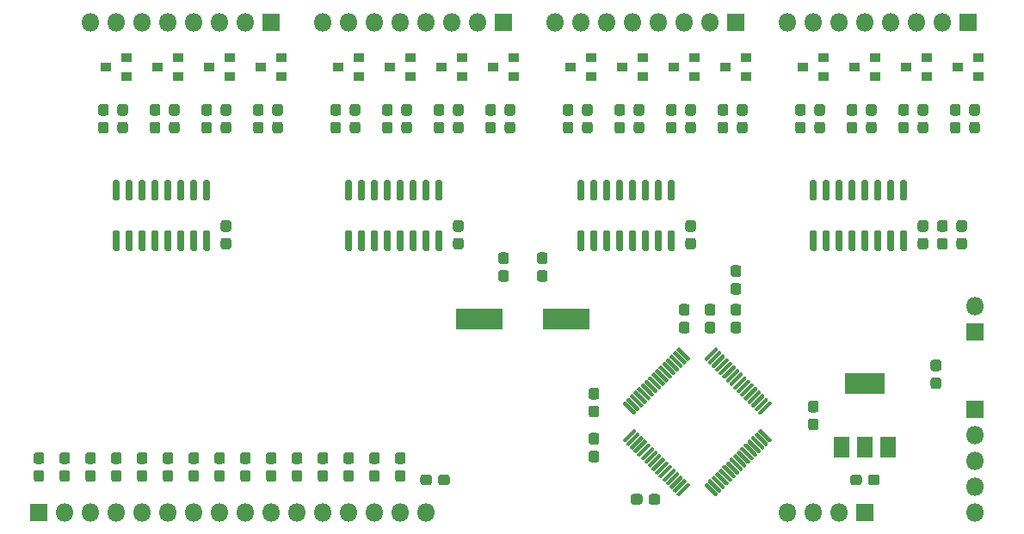
<source format=gts>
G04 #@! TF.GenerationSoftware,KiCad,Pcbnew,(5.1.6)-1*
G04 #@! TF.CreationDate,2021-02-11T21:03:36+02:00*
G04 #@! TF.ProjectId,spectrum_analyzer,73706563-7472-4756-9d5f-616e616c797a,rev?*
G04 #@! TF.SameCoordinates,Original*
G04 #@! TF.FileFunction,Soldermask,Top*
G04 #@! TF.FilePolarity,Negative*
%FSLAX46Y46*%
G04 Gerber Fmt 4.6, Leading zero omitted, Abs format (unit mm)*
G04 Created by KiCad (PCBNEW (5.1.6)-1) date 2021-02-11 21:03:36*
%MOMM*%
%LPD*%
G01*
G04 APERTURE LIST*
%ADD10O,1.800000X1.800000*%
%ADD11R,1.800000X1.800000*%
%ADD12R,4.600000X2.100000*%
%ADD13R,1.000000X0.900000*%
%ADD14R,1.600000X2.100000*%
%ADD15R,3.900000X2.100000*%
G04 APERTURE END LIST*
G36*
G01*
X157852500Y-87295000D02*
X158377500Y-87295000D01*
G75*
G02*
X158640000Y-87557500I0J-262500D01*
G01*
X158640000Y-88182500D01*
G75*
G02*
X158377500Y-88445000I-262500J0D01*
G01*
X157852500Y-88445000D01*
G75*
G02*
X157590000Y-88182500I0J262500D01*
G01*
X157590000Y-87557500D01*
G75*
G02*
X157852500Y-87295000I262500J0D01*
G01*
G37*
G36*
G01*
X157852500Y-85545000D02*
X158377500Y-85545000D01*
G75*
G02*
X158640000Y-85807500I0J-262500D01*
G01*
X158640000Y-86432500D01*
G75*
G02*
X158377500Y-86695000I-262500J0D01*
G01*
X157852500Y-86695000D01*
G75*
G02*
X157590000Y-86432500I0J262500D01*
G01*
X157590000Y-85807500D01*
G75*
G02*
X157852500Y-85545000I262500J0D01*
G01*
G37*
G36*
G01*
X155947500Y-87295000D02*
X156472500Y-87295000D01*
G75*
G02*
X156735000Y-87557500I0J-262500D01*
G01*
X156735000Y-88182500D01*
G75*
G02*
X156472500Y-88445000I-262500J0D01*
G01*
X155947500Y-88445000D01*
G75*
G02*
X155685000Y-88182500I0J262500D01*
G01*
X155685000Y-87557500D01*
G75*
G02*
X155947500Y-87295000I262500J0D01*
G01*
G37*
G36*
G01*
X155947500Y-85545000D02*
X156472500Y-85545000D01*
G75*
G02*
X156735000Y-85807500I0J-262500D01*
G01*
X156735000Y-86432500D01*
G75*
G02*
X156472500Y-86695000I-262500J0D01*
G01*
X155947500Y-86695000D01*
G75*
G02*
X155685000Y-86432500I0J262500D01*
G01*
X155685000Y-85807500D01*
G75*
G02*
X155947500Y-85545000I262500J0D01*
G01*
G37*
G36*
G01*
X136152500Y-91140000D02*
X135627500Y-91140000D01*
G75*
G02*
X135365000Y-90877500I0J262500D01*
G01*
X135365000Y-90252500D01*
G75*
G02*
X135627500Y-89990000I262500J0D01*
G01*
X136152500Y-89990000D01*
G75*
G02*
X136415000Y-90252500I0J-262500D01*
G01*
X136415000Y-90877500D01*
G75*
G02*
X136152500Y-91140000I-262500J0D01*
G01*
G37*
G36*
G01*
X136152500Y-92890000D02*
X135627500Y-92890000D01*
G75*
G02*
X135365000Y-92627500I0J262500D01*
G01*
X135365000Y-92002500D01*
G75*
G02*
X135627500Y-91740000I262500J0D01*
G01*
X136152500Y-91740000D01*
G75*
G02*
X136415000Y-92002500I0J-262500D01*
G01*
X136415000Y-92627500D01*
G75*
G02*
X136152500Y-92890000I-262500J0D01*
G01*
G37*
G36*
G01*
X135627500Y-95550000D02*
X136152500Y-95550000D01*
G75*
G02*
X136415000Y-95812500I0J-262500D01*
G01*
X136415000Y-96437500D01*
G75*
G02*
X136152500Y-96700000I-262500J0D01*
G01*
X135627500Y-96700000D01*
G75*
G02*
X135365000Y-96437500I0J262500D01*
G01*
X135365000Y-95812500D01*
G75*
G02*
X135627500Y-95550000I262500J0D01*
G01*
G37*
G36*
G01*
X135627500Y-93800000D02*
X136152500Y-93800000D01*
G75*
G02*
X136415000Y-94062500I0J-262500D01*
G01*
X136415000Y-94687500D01*
G75*
G02*
X136152500Y-94950000I-262500J0D01*
G01*
X135627500Y-94950000D01*
G75*
G02*
X135365000Y-94687500I0J262500D01*
G01*
X135365000Y-94062500D01*
G75*
G02*
X135627500Y-93800000I262500J0D01*
G01*
G37*
G36*
G01*
X105985000Y-110862500D02*
X105985000Y-111387500D01*
G75*
G02*
X105722500Y-111650000I-262500J0D01*
G01*
X105097500Y-111650000D01*
G75*
G02*
X104835000Y-111387500I0J262500D01*
G01*
X104835000Y-110862500D01*
G75*
G02*
X105097500Y-110600000I262500J0D01*
G01*
X105722500Y-110600000D01*
G75*
G02*
X105985000Y-110862500I0J-262500D01*
G01*
G37*
G36*
G01*
X107735000Y-110862500D02*
X107735000Y-111387500D01*
G75*
G02*
X107472500Y-111650000I-262500J0D01*
G01*
X106847500Y-111650000D01*
G75*
G02*
X106585000Y-111387500I0J262500D01*
G01*
X106585000Y-110862500D01*
G75*
G02*
X106847500Y-110600000I262500J0D01*
G01*
X107472500Y-110600000D01*
G75*
G02*
X107735000Y-110862500I0J-262500D01*
G01*
G37*
D10*
X105410000Y-114300000D03*
X102870000Y-114300000D03*
X100330000Y-114300000D03*
X97790000Y-114300000D03*
X95250000Y-114300000D03*
X92710000Y-114300000D03*
X90170000Y-114300000D03*
X87630000Y-114300000D03*
X85090000Y-114300000D03*
X82550000Y-114300000D03*
X80010000Y-114300000D03*
X77470000Y-114300000D03*
X74930000Y-114300000D03*
X72390000Y-114300000D03*
X69850000Y-114300000D03*
D11*
X67310000Y-114300000D03*
G36*
G01*
X148290000Y-110862500D02*
X148290000Y-111387500D01*
G75*
G02*
X148027500Y-111650000I-262500J0D01*
G01*
X147402500Y-111650000D01*
G75*
G02*
X147140000Y-111387500I0J262500D01*
G01*
X147140000Y-110862500D01*
G75*
G02*
X147402500Y-110600000I262500J0D01*
G01*
X148027500Y-110600000D01*
G75*
G02*
X148290000Y-110862500I0J-262500D01*
G01*
G37*
G36*
G01*
X150040000Y-110862500D02*
X150040000Y-111387500D01*
G75*
G02*
X149777500Y-111650000I-262500J0D01*
G01*
X149152500Y-111650000D01*
G75*
G02*
X148890000Y-111387500I0J262500D01*
G01*
X148890000Y-110862500D01*
G75*
G02*
X149152500Y-110600000I262500J0D01*
G01*
X149777500Y-110600000D01*
G75*
G02*
X150040000Y-110862500I0J-262500D01*
G01*
G37*
D12*
X110685000Y-95250000D03*
X119185000Y-95250000D03*
D10*
X159385000Y-93980000D03*
D11*
X159385000Y-96520000D03*
G36*
G01*
X132787107Y-99116750D02*
X133812412Y-98091445D01*
G75*
G02*
X133953834Y-98091445I70711J-70711D01*
G01*
X134095255Y-98232866D01*
G75*
G02*
X134095255Y-98374288I-70711J-70711D01*
G01*
X133069950Y-99399593D01*
G75*
G02*
X132928528Y-99399593I-70711J70711D01*
G01*
X132787107Y-99258172D01*
G75*
G02*
X132787107Y-99116750I70711J70711D01*
G01*
G37*
G36*
G01*
X133140660Y-99470303D02*
X134165965Y-98444998D01*
G75*
G02*
X134307387Y-98444998I70711J-70711D01*
G01*
X134448808Y-98586419D01*
G75*
G02*
X134448808Y-98727841I-70711J-70711D01*
G01*
X133423503Y-99753146D01*
G75*
G02*
X133282081Y-99753146I-70711J70711D01*
G01*
X133140660Y-99611725D01*
G75*
G02*
X133140660Y-99470303I70711J70711D01*
G01*
G37*
G36*
G01*
X133494213Y-99823856D02*
X134519518Y-98798551D01*
G75*
G02*
X134660940Y-98798551I70711J-70711D01*
G01*
X134802361Y-98939972D01*
G75*
G02*
X134802361Y-99081394I-70711J-70711D01*
G01*
X133777056Y-100106699D01*
G75*
G02*
X133635634Y-100106699I-70711J70711D01*
G01*
X133494213Y-99965278D01*
G75*
G02*
X133494213Y-99823856I70711J70711D01*
G01*
G37*
G36*
G01*
X133847767Y-100177410D02*
X134873072Y-99152105D01*
G75*
G02*
X135014494Y-99152105I70711J-70711D01*
G01*
X135155915Y-99293526D01*
G75*
G02*
X135155915Y-99434948I-70711J-70711D01*
G01*
X134130610Y-100460253D01*
G75*
G02*
X133989188Y-100460253I-70711J70711D01*
G01*
X133847767Y-100318832D01*
G75*
G02*
X133847767Y-100177410I70711J70711D01*
G01*
G37*
G36*
G01*
X134201320Y-100530963D02*
X135226625Y-99505658D01*
G75*
G02*
X135368047Y-99505658I70711J-70711D01*
G01*
X135509468Y-99647079D01*
G75*
G02*
X135509468Y-99788501I-70711J-70711D01*
G01*
X134484163Y-100813806D01*
G75*
G02*
X134342741Y-100813806I-70711J70711D01*
G01*
X134201320Y-100672385D01*
G75*
G02*
X134201320Y-100530963I70711J70711D01*
G01*
G37*
G36*
G01*
X134554874Y-100884517D02*
X135580179Y-99859212D01*
G75*
G02*
X135721601Y-99859212I70711J-70711D01*
G01*
X135863022Y-100000633D01*
G75*
G02*
X135863022Y-100142055I-70711J-70711D01*
G01*
X134837717Y-101167360D01*
G75*
G02*
X134696295Y-101167360I-70711J70711D01*
G01*
X134554874Y-101025939D01*
G75*
G02*
X134554874Y-100884517I70711J70711D01*
G01*
G37*
G36*
G01*
X134908427Y-101238070D02*
X135933732Y-100212765D01*
G75*
G02*
X136075154Y-100212765I70711J-70711D01*
G01*
X136216575Y-100354186D01*
G75*
G02*
X136216575Y-100495608I-70711J-70711D01*
G01*
X135191270Y-101520913D01*
G75*
G02*
X135049848Y-101520913I-70711J70711D01*
G01*
X134908427Y-101379492D01*
G75*
G02*
X134908427Y-101238070I70711J70711D01*
G01*
G37*
G36*
G01*
X135261980Y-101591623D02*
X136287285Y-100566318D01*
G75*
G02*
X136428707Y-100566318I70711J-70711D01*
G01*
X136570128Y-100707739D01*
G75*
G02*
X136570128Y-100849161I-70711J-70711D01*
G01*
X135544823Y-101874466D01*
G75*
G02*
X135403401Y-101874466I-70711J70711D01*
G01*
X135261980Y-101733045D01*
G75*
G02*
X135261980Y-101591623I70711J70711D01*
G01*
G37*
G36*
G01*
X135615534Y-101945177D02*
X136640839Y-100919872D01*
G75*
G02*
X136782261Y-100919872I70711J-70711D01*
G01*
X136923682Y-101061293D01*
G75*
G02*
X136923682Y-101202715I-70711J-70711D01*
G01*
X135898377Y-102228020D01*
G75*
G02*
X135756955Y-102228020I-70711J70711D01*
G01*
X135615534Y-102086599D01*
G75*
G02*
X135615534Y-101945177I70711J70711D01*
G01*
G37*
G36*
G01*
X135969087Y-102298730D02*
X136994392Y-101273425D01*
G75*
G02*
X137135814Y-101273425I70711J-70711D01*
G01*
X137277235Y-101414846D01*
G75*
G02*
X137277235Y-101556268I-70711J-70711D01*
G01*
X136251930Y-102581573D01*
G75*
G02*
X136110508Y-102581573I-70711J70711D01*
G01*
X135969087Y-102440152D01*
G75*
G02*
X135969087Y-102298730I70711J70711D01*
G01*
G37*
G36*
G01*
X136322640Y-102652283D02*
X137347945Y-101626978D01*
G75*
G02*
X137489367Y-101626978I70711J-70711D01*
G01*
X137630788Y-101768399D01*
G75*
G02*
X137630788Y-101909821I-70711J-70711D01*
G01*
X136605483Y-102935126D01*
G75*
G02*
X136464061Y-102935126I-70711J70711D01*
G01*
X136322640Y-102793705D01*
G75*
G02*
X136322640Y-102652283I70711J70711D01*
G01*
G37*
G36*
G01*
X136676194Y-103005837D02*
X137701499Y-101980532D01*
G75*
G02*
X137842921Y-101980532I70711J-70711D01*
G01*
X137984342Y-102121953D01*
G75*
G02*
X137984342Y-102263375I-70711J-70711D01*
G01*
X136959037Y-103288680D01*
G75*
G02*
X136817615Y-103288680I-70711J70711D01*
G01*
X136676194Y-103147259D01*
G75*
G02*
X136676194Y-103005837I70711J70711D01*
G01*
G37*
G36*
G01*
X137029747Y-103359390D02*
X138055052Y-102334085D01*
G75*
G02*
X138196474Y-102334085I70711J-70711D01*
G01*
X138337895Y-102475506D01*
G75*
G02*
X138337895Y-102616928I-70711J-70711D01*
G01*
X137312590Y-103642233D01*
G75*
G02*
X137171168Y-103642233I-70711J70711D01*
G01*
X137029747Y-103500812D01*
G75*
G02*
X137029747Y-103359390I70711J70711D01*
G01*
G37*
G36*
G01*
X137383301Y-103712944D02*
X138408606Y-102687639D01*
G75*
G02*
X138550028Y-102687639I70711J-70711D01*
G01*
X138691449Y-102829060D01*
G75*
G02*
X138691449Y-102970482I-70711J-70711D01*
G01*
X137666144Y-103995787D01*
G75*
G02*
X137524722Y-103995787I-70711J70711D01*
G01*
X137383301Y-103854366D01*
G75*
G02*
X137383301Y-103712944I70711J70711D01*
G01*
G37*
G36*
G01*
X137736854Y-104066497D02*
X138762159Y-103041192D01*
G75*
G02*
X138903581Y-103041192I70711J-70711D01*
G01*
X139045002Y-103182613D01*
G75*
G02*
X139045002Y-103324035I-70711J-70711D01*
G01*
X138019697Y-104349340D01*
G75*
G02*
X137878275Y-104349340I-70711J70711D01*
G01*
X137736854Y-104207919D01*
G75*
G02*
X137736854Y-104066497I70711J70711D01*
G01*
G37*
G36*
G01*
X138090407Y-104420050D02*
X139115712Y-103394745D01*
G75*
G02*
X139257134Y-103394745I70711J-70711D01*
G01*
X139398555Y-103536166D01*
G75*
G02*
X139398555Y-103677588I-70711J-70711D01*
G01*
X138373250Y-104702893D01*
G75*
G02*
X138231828Y-104702893I-70711J70711D01*
G01*
X138090407Y-104561472D01*
G75*
G02*
X138090407Y-104420050I70711J70711D01*
G01*
G37*
G36*
G01*
X138090407Y-106258529D02*
X138231828Y-106117107D01*
G75*
G02*
X138373250Y-106117107I70711J-70711D01*
G01*
X139398555Y-107142412D01*
G75*
G02*
X139398555Y-107283834I-70711J-70711D01*
G01*
X139257134Y-107425255D01*
G75*
G02*
X139115712Y-107425255I-70711J70711D01*
G01*
X138090407Y-106399950D01*
G75*
G02*
X138090407Y-106258528I70711J70711D01*
G01*
G37*
G36*
G01*
X137736854Y-106612082D02*
X137878275Y-106470660D01*
G75*
G02*
X138019697Y-106470660I70711J-70711D01*
G01*
X139045002Y-107495965D01*
G75*
G02*
X139045002Y-107637387I-70711J-70711D01*
G01*
X138903581Y-107778808D01*
G75*
G02*
X138762159Y-107778808I-70711J70711D01*
G01*
X137736854Y-106753503D01*
G75*
G02*
X137736854Y-106612081I70711J70711D01*
G01*
G37*
G36*
G01*
X137383301Y-106965635D02*
X137524722Y-106824213D01*
G75*
G02*
X137666144Y-106824213I70711J-70711D01*
G01*
X138691449Y-107849518D01*
G75*
G02*
X138691449Y-107990940I-70711J-70711D01*
G01*
X138550028Y-108132361D01*
G75*
G02*
X138408606Y-108132361I-70711J70711D01*
G01*
X137383301Y-107107056D01*
G75*
G02*
X137383301Y-106965634I70711J70711D01*
G01*
G37*
G36*
G01*
X137029747Y-107319189D02*
X137171168Y-107177767D01*
G75*
G02*
X137312590Y-107177767I70711J-70711D01*
G01*
X138337895Y-108203072D01*
G75*
G02*
X138337895Y-108344494I-70711J-70711D01*
G01*
X138196474Y-108485915D01*
G75*
G02*
X138055052Y-108485915I-70711J70711D01*
G01*
X137029747Y-107460610D01*
G75*
G02*
X137029747Y-107319188I70711J70711D01*
G01*
G37*
G36*
G01*
X136676194Y-107672742D02*
X136817615Y-107531320D01*
G75*
G02*
X136959037Y-107531320I70711J-70711D01*
G01*
X137984342Y-108556625D01*
G75*
G02*
X137984342Y-108698047I-70711J-70711D01*
G01*
X137842921Y-108839468D01*
G75*
G02*
X137701499Y-108839468I-70711J70711D01*
G01*
X136676194Y-107814163D01*
G75*
G02*
X136676194Y-107672741I70711J70711D01*
G01*
G37*
G36*
G01*
X136322640Y-108026296D02*
X136464061Y-107884874D01*
G75*
G02*
X136605483Y-107884874I70711J-70711D01*
G01*
X137630788Y-108910179D01*
G75*
G02*
X137630788Y-109051601I-70711J-70711D01*
G01*
X137489367Y-109193022D01*
G75*
G02*
X137347945Y-109193022I-70711J70711D01*
G01*
X136322640Y-108167717D01*
G75*
G02*
X136322640Y-108026295I70711J70711D01*
G01*
G37*
G36*
G01*
X135969087Y-108379849D02*
X136110508Y-108238427D01*
G75*
G02*
X136251930Y-108238427I70711J-70711D01*
G01*
X137277235Y-109263732D01*
G75*
G02*
X137277235Y-109405154I-70711J-70711D01*
G01*
X137135814Y-109546575D01*
G75*
G02*
X136994392Y-109546575I-70711J70711D01*
G01*
X135969087Y-108521270D01*
G75*
G02*
X135969087Y-108379848I70711J70711D01*
G01*
G37*
G36*
G01*
X135615534Y-108733402D02*
X135756955Y-108591980D01*
G75*
G02*
X135898377Y-108591980I70711J-70711D01*
G01*
X136923682Y-109617285D01*
G75*
G02*
X136923682Y-109758707I-70711J-70711D01*
G01*
X136782261Y-109900128D01*
G75*
G02*
X136640839Y-109900128I-70711J70711D01*
G01*
X135615534Y-108874823D01*
G75*
G02*
X135615534Y-108733401I70711J70711D01*
G01*
G37*
G36*
G01*
X135261980Y-109086956D02*
X135403401Y-108945534D01*
G75*
G02*
X135544823Y-108945534I70711J-70711D01*
G01*
X136570128Y-109970839D01*
G75*
G02*
X136570128Y-110112261I-70711J-70711D01*
G01*
X136428707Y-110253682D01*
G75*
G02*
X136287285Y-110253682I-70711J70711D01*
G01*
X135261980Y-109228377D01*
G75*
G02*
X135261980Y-109086955I70711J70711D01*
G01*
G37*
G36*
G01*
X134908427Y-109440509D02*
X135049848Y-109299087D01*
G75*
G02*
X135191270Y-109299087I70711J-70711D01*
G01*
X136216575Y-110324392D01*
G75*
G02*
X136216575Y-110465814I-70711J-70711D01*
G01*
X136075154Y-110607235D01*
G75*
G02*
X135933732Y-110607235I-70711J70711D01*
G01*
X134908427Y-109581930D01*
G75*
G02*
X134908427Y-109440508I70711J70711D01*
G01*
G37*
G36*
G01*
X134554874Y-109794062D02*
X134696295Y-109652640D01*
G75*
G02*
X134837717Y-109652640I70711J-70711D01*
G01*
X135863022Y-110677945D01*
G75*
G02*
X135863022Y-110819367I-70711J-70711D01*
G01*
X135721601Y-110960788D01*
G75*
G02*
X135580179Y-110960788I-70711J70711D01*
G01*
X134554874Y-109935483D01*
G75*
G02*
X134554874Y-109794061I70711J70711D01*
G01*
G37*
G36*
G01*
X134201320Y-110147616D02*
X134342741Y-110006194D01*
G75*
G02*
X134484163Y-110006194I70711J-70711D01*
G01*
X135509468Y-111031499D01*
G75*
G02*
X135509468Y-111172921I-70711J-70711D01*
G01*
X135368047Y-111314342D01*
G75*
G02*
X135226625Y-111314342I-70711J70711D01*
G01*
X134201320Y-110289037D01*
G75*
G02*
X134201320Y-110147615I70711J70711D01*
G01*
G37*
G36*
G01*
X133847767Y-110501169D02*
X133989188Y-110359747D01*
G75*
G02*
X134130610Y-110359747I70711J-70711D01*
G01*
X135155915Y-111385052D01*
G75*
G02*
X135155915Y-111526474I-70711J-70711D01*
G01*
X135014494Y-111667895D01*
G75*
G02*
X134873072Y-111667895I-70711J70711D01*
G01*
X133847767Y-110642590D01*
G75*
G02*
X133847767Y-110501168I70711J70711D01*
G01*
G37*
G36*
G01*
X133494213Y-110854723D02*
X133635634Y-110713301D01*
G75*
G02*
X133777056Y-110713301I70711J-70711D01*
G01*
X134802361Y-111738606D01*
G75*
G02*
X134802361Y-111880028I-70711J-70711D01*
G01*
X134660940Y-112021449D01*
G75*
G02*
X134519518Y-112021449I-70711J70711D01*
G01*
X133494213Y-110996144D01*
G75*
G02*
X133494213Y-110854722I70711J70711D01*
G01*
G37*
G36*
G01*
X133140660Y-111208276D02*
X133282081Y-111066854D01*
G75*
G02*
X133423503Y-111066854I70711J-70711D01*
G01*
X134448808Y-112092159D01*
G75*
G02*
X134448808Y-112233581I-70711J-70711D01*
G01*
X134307387Y-112375002D01*
G75*
G02*
X134165965Y-112375002I-70711J70711D01*
G01*
X133140660Y-111349697D01*
G75*
G02*
X133140660Y-111208275I70711J70711D01*
G01*
G37*
G36*
G01*
X132787107Y-111561829D02*
X132928528Y-111420407D01*
G75*
G02*
X133069950Y-111420407I70711J-70711D01*
G01*
X134095255Y-112445712D01*
G75*
G02*
X134095255Y-112587134I-70711J-70711D01*
G01*
X133953834Y-112728555D01*
G75*
G02*
X133812412Y-112728555I-70711J70711D01*
G01*
X132787107Y-111703250D01*
G75*
G02*
X132787107Y-111561828I70711J70711D01*
G01*
G37*
G36*
G01*
X130064745Y-112445712D02*
X131090050Y-111420407D01*
G75*
G02*
X131231472Y-111420407I70711J-70711D01*
G01*
X131372893Y-111561828D01*
G75*
G02*
X131372893Y-111703250I-70711J-70711D01*
G01*
X130347588Y-112728555D01*
G75*
G02*
X130206166Y-112728555I-70711J70711D01*
G01*
X130064745Y-112587134D01*
G75*
G02*
X130064745Y-112445712I70711J70711D01*
G01*
G37*
G36*
G01*
X129711192Y-112092159D02*
X130736497Y-111066854D01*
G75*
G02*
X130877919Y-111066854I70711J-70711D01*
G01*
X131019340Y-111208275D01*
G75*
G02*
X131019340Y-111349697I-70711J-70711D01*
G01*
X129994035Y-112375002D01*
G75*
G02*
X129852613Y-112375002I-70711J70711D01*
G01*
X129711192Y-112233581D01*
G75*
G02*
X129711192Y-112092159I70711J70711D01*
G01*
G37*
G36*
G01*
X129357639Y-111738606D02*
X130382944Y-110713301D01*
G75*
G02*
X130524366Y-110713301I70711J-70711D01*
G01*
X130665787Y-110854722D01*
G75*
G02*
X130665787Y-110996144I-70711J-70711D01*
G01*
X129640482Y-112021449D01*
G75*
G02*
X129499060Y-112021449I-70711J70711D01*
G01*
X129357639Y-111880028D01*
G75*
G02*
X129357639Y-111738606I70711J70711D01*
G01*
G37*
G36*
G01*
X129004085Y-111385052D02*
X130029390Y-110359747D01*
G75*
G02*
X130170812Y-110359747I70711J-70711D01*
G01*
X130312233Y-110501168D01*
G75*
G02*
X130312233Y-110642590I-70711J-70711D01*
G01*
X129286928Y-111667895D01*
G75*
G02*
X129145506Y-111667895I-70711J70711D01*
G01*
X129004085Y-111526474D01*
G75*
G02*
X129004085Y-111385052I70711J70711D01*
G01*
G37*
G36*
G01*
X128650532Y-111031499D02*
X129675837Y-110006194D01*
G75*
G02*
X129817259Y-110006194I70711J-70711D01*
G01*
X129958680Y-110147615D01*
G75*
G02*
X129958680Y-110289037I-70711J-70711D01*
G01*
X128933375Y-111314342D01*
G75*
G02*
X128791953Y-111314342I-70711J70711D01*
G01*
X128650532Y-111172921D01*
G75*
G02*
X128650532Y-111031499I70711J70711D01*
G01*
G37*
G36*
G01*
X128296978Y-110677945D02*
X129322283Y-109652640D01*
G75*
G02*
X129463705Y-109652640I70711J-70711D01*
G01*
X129605126Y-109794061D01*
G75*
G02*
X129605126Y-109935483I-70711J-70711D01*
G01*
X128579821Y-110960788D01*
G75*
G02*
X128438399Y-110960788I-70711J70711D01*
G01*
X128296978Y-110819367D01*
G75*
G02*
X128296978Y-110677945I70711J70711D01*
G01*
G37*
G36*
G01*
X127943425Y-110324392D02*
X128968730Y-109299087D01*
G75*
G02*
X129110152Y-109299087I70711J-70711D01*
G01*
X129251573Y-109440508D01*
G75*
G02*
X129251573Y-109581930I-70711J-70711D01*
G01*
X128226268Y-110607235D01*
G75*
G02*
X128084846Y-110607235I-70711J70711D01*
G01*
X127943425Y-110465814D01*
G75*
G02*
X127943425Y-110324392I70711J70711D01*
G01*
G37*
G36*
G01*
X127589872Y-109970839D02*
X128615177Y-108945534D01*
G75*
G02*
X128756599Y-108945534I70711J-70711D01*
G01*
X128898020Y-109086955D01*
G75*
G02*
X128898020Y-109228377I-70711J-70711D01*
G01*
X127872715Y-110253682D01*
G75*
G02*
X127731293Y-110253682I-70711J70711D01*
G01*
X127589872Y-110112261D01*
G75*
G02*
X127589872Y-109970839I70711J70711D01*
G01*
G37*
G36*
G01*
X127236318Y-109617285D02*
X128261623Y-108591980D01*
G75*
G02*
X128403045Y-108591980I70711J-70711D01*
G01*
X128544466Y-108733401D01*
G75*
G02*
X128544466Y-108874823I-70711J-70711D01*
G01*
X127519161Y-109900128D01*
G75*
G02*
X127377739Y-109900128I-70711J70711D01*
G01*
X127236318Y-109758707D01*
G75*
G02*
X127236318Y-109617285I70711J70711D01*
G01*
G37*
G36*
G01*
X126882765Y-109263732D02*
X127908070Y-108238427D01*
G75*
G02*
X128049492Y-108238427I70711J-70711D01*
G01*
X128190913Y-108379848D01*
G75*
G02*
X128190913Y-108521270I-70711J-70711D01*
G01*
X127165608Y-109546575D01*
G75*
G02*
X127024186Y-109546575I-70711J70711D01*
G01*
X126882765Y-109405154D01*
G75*
G02*
X126882765Y-109263732I70711J70711D01*
G01*
G37*
G36*
G01*
X126529212Y-108910179D02*
X127554517Y-107884874D01*
G75*
G02*
X127695939Y-107884874I70711J-70711D01*
G01*
X127837360Y-108026295D01*
G75*
G02*
X127837360Y-108167717I-70711J-70711D01*
G01*
X126812055Y-109193022D01*
G75*
G02*
X126670633Y-109193022I-70711J70711D01*
G01*
X126529212Y-109051601D01*
G75*
G02*
X126529212Y-108910179I70711J70711D01*
G01*
G37*
G36*
G01*
X126175658Y-108556625D02*
X127200963Y-107531320D01*
G75*
G02*
X127342385Y-107531320I70711J-70711D01*
G01*
X127483806Y-107672741D01*
G75*
G02*
X127483806Y-107814163I-70711J-70711D01*
G01*
X126458501Y-108839468D01*
G75*
G02*
X126317079Y-108839468I-70711J70711D01*
G01*
X126175658Y-108698047D01*
G75*
G02*
X126175658Y-108556625I70711J70711D01*
G01*
G37*
G36*
G01*
X125822105Y-108203072D02*
X126847410Y-107177767D01*
G75*
G02*
X126988832Y-107177767I70711J-70711D01*
G01*
X127130253Y-107319188D01*
G75*
G02*
X127130253Y-107460610I-70711J-70711D01*
G01*
X126104948Y-108485915D01*
G75*
G02*
X125963526Y-108485915I-70711J70711D01*
G01*
X125822105Y-108344494D01*
G75*
G02*
X125822105Y-108203072I70711J70711D01*
G01*
G37*
G36*
G01*
X125468551Y-107849518D02*
X126493856Y-106824213D01*
G75*
G02*
X126635278Y-106824213I70711J-70711D01*
G01*
X126776699Y-106965634D01*
G75*
G02*
X126776699Y-107107056I-70711J-70711D01*
G01*
X125751394Y-108132361D01*
G75*
G02*
X125609972Y-108132361I-70711J70711D01*
G01*
X125468551Y-107990940D01*
G75*
G02*
X125468551Y-107849518I70711J70711D01*
G01*
G37*
G36*
G01*
X125114998Y-107495965D02*
X126140303Y-106470660D01*
G75*
G02*
X126281725Y-106470660I70711J-70711D01*
G01*
X126423146Y-106612081D01*
G75*
G02*
X126423146Y-106753503I-70711J-70711D01*
G01*
X125397841Y-107778808D01*
G75*
G02*
X125256419Y-107778808I-70711J70711D01*
G01*
X125114998Y-107637387D01*
G75*
G02*
X125114998Y-107495965I70711J70711D01*
G01*
G37*
G36*
G01*
X124761445Y-107142412D02*
X125786750Y-106117107D01*
G75*
G02*
X125928172Y-106117107I70711J-70711D01*
G01*
X126069593Y-106258528D01*
G75*
G02*
X126069593Y-106399950I-70711J-70711D01*
G01*
X125044288Y-107425255D01*
G75*
G02*
X124902866Y-107425255I-70711J70711D01*
G01*
X124761445Y-107283834D01*
G75*
G02*
X124761445Y-107142412I70711J70711D01*
G01*
G37*
G36*
G01*
X124761445Y-103536167D02*
X124902866Y-103394745D01*
G75*
G02*
X125044288Y-103394745I70711J-70711D01*
G01*
X126069593Y-104420050D01*
G75*
G02*
X126069593Y-104561472I-70711J-70711D01*
G01*
X125928172Y-104702893D01*
G75*
G02*
X125786750Y-104702893I-70711J70711D01*
G01*
X124761445Y-103677588D01*
G75*
G02*
X124761445Y-103536166I70711J70711D01*
G01*
G37*
G36*
G01*
X125114998Y-103182614D02*
X125256419Y-103041192D01*
G75*
G02*
X125397841Y-103041192I70711J-70711D01*
G01*
X126423146Y-104066497D01*
G75*
G02*
X126423146Y-104207919I-70711J-70711D01*
G01*
X126281725Y-104349340D01*
G75*
G02*
X126140303Y-104349340I-70711J70711D01*
G01*
X125114998Y-103324035D01*
G75*
G02*
X125114998Y-103182613I70711J70711D01*
G01*
G37*
G36*
G01*
X125468551Y-102829061D02*
X125609972Y-102687639D01*
G75*
G02*
X125751394Y-102687639I70711J-70711D01*
G01*
X126776699Y-103712944D01*
G75*
G02*
X126776699Y-103854366I-70711J-70711D01*
G01*
X126635278Y-103995787D01*
G75*
G02*
X126493856Y-103995787I-70711J70711D01*
G01*
X125468551Y-102970482D01*
G75*
G02*
X125468551Y-102829060I70711J70711D01*
G01*
G37*
G36*
G01*
X125822105Y-102475507D02*
X125963526Y-102334085D01*
G75*
G02*
X126104948Y-102334085I70711J-70711D01*
G01*
X127130253Y-103359390D01*
G75*
G02*
X127130253Y-103500812I-70711J-70711D01*
G01*
X126988832Y-103642233D01*
G75*
G02*
X126847410Y-103642233I-70711J70711D01*
G01*
X125822105Y-102616928D01*
G75*
G02*
X125822105Y-102475506I70711J70711D01*
G01*
G37*
G36*
G01*
X126175658Y-102121954D02*
X126317079Y-101980532D01*
G75*
G02*
X126458501Y-101980532I70711J-70711D01*
G01*
X127483806Y-103005837D01*
G75*
G02*
X127483806Y-103147259I-70711J-70711D01*
G01*
X127342385Y-103288680D01*
G75*
G02*
X127200963Y-103288680I-70711J70711D01*
G01*
X126175658Y-102263375D01*
G75*
G02*
X126175658Y-102121953I70711J70711D01*
G01*
G37*
G36*
G01*
X126529212Y-101768400D02*
X126670633Y-101626978D01*
G75*
G02*
X126812055Y-101626978I70711J-70711D01*
G01*
X127837360Y-102652283D01*
G75*
G02*
X127837360Y-102793705I-70711J-70711D01*
G01*
X127695939Y-102935126D01*
G75*
G02*
X127554517Y-102935126I-70711J70711D01*
G01*
X126529212Y-101909821D01*
G75*
G02*
X126529212Y-101768399I70711J70711D01*
G01*
G37*
G36*
G01*
X126882765Y-101414847D02*
X127024186Y-101273425D01*
G75*
G02*
X127165608Y-101273425I70711J-70711D01*
G01*
X128190913Y-102298730D01*
G75*
G02*
X128190913Y-102440152I-70711J-70711D01*
G01*
X128049492Y-102581573D01*
G75*
G02*
X127908070Y-102581573I-70711J70711D01*
G01*
X126882765Y-101556268D01*
G75*
G02*
X126882765Y-101414846I70711J70711D01*
G01*
G37*
G36*
G01*
X127236318Y-101061294D02*
X127377739Y-100919872D01*
G75*
G02*
X127519161Y-100919872I70711J-70711D01*
G01*
X128544466Y-101945177D01*
G75*
G02*
X128544466Y-102086599I-70711J-70711D01*
G01*
X128403045Y-102228020D01*
G75*
G02*
X128261623Y-102228020I-70711J70711D01*
G01*
X127236318Y-101202715D01*
G75*
G02*
X127236318Y-101061293I70711J70711D01*
G01*
G37*
G36*
G01*
X127589872Y-100707740D02*
X127731293Y-100566318D01*
G75*
G02*
X127872715Y-100566318I70711J-70711D01*
G01*
X128898020Y-101591623D01*
G75*
G02*
X128898020Y-101733045I-70711J-70711D01*
G01*
X128756599Y-101874466D01*
G75*
G02*
X128615177Y-101874466I-70711J70711D01*
G01*
X127589872Y-100849161D01*
G75*
G02*
X127589872Y-100707739I70711J70711D01*
G01*
G37*
G36*
G01*
X127943425Y-100354187D02*
X128084846Y-100212765D01*
G75*
G02*
X128226268Y-100212765I70711J-70711D01*
G01*
X129251573Y-101238070D01*
G75*
G02*
X129251573Y-101379492I-70711J-70711D01*
G01*
X129110152Y-101520913D01*
G75*
G02*
X128968730Y-101520913I-70711J70711D01*
G01*
X127943425Y-100495608D01*
G75*
G02*
X127943425Y-100354186I70711J70711D01*
G01*
G37*
G36*
G01*
X128296978Y-100000634D02*
X128438399Y-99859212D01*
G75*
G02*
X128579821Y-99859212I70711J-70711D01*
G01*
X129605126Y-100884517D01*
G75*
G02*
X129605126Y-101025939I-70711J-70711D01*
G01*
X129463705Y-101167360D01*
G75*
G02*
X129322283Y-101167360I-70711J70711D01*
G01*
X128296978Y-100142055D01*
G75*
G02*
X128296978Y-100000633I70711J70711D01*
G01*
G37*
G36*
G01*
X128650532Y-99647080D02*
X128791953Y-99505658D01*
G75*
G02*
X128933375Y-99505658I70711J-70711D01*
G01*
X129958680Y-100530963D01*
G75*
G02*
X129958680Y-100672385I-70711J-70711D01*
G01*
X129817259Y-100813806D01*
G75*
G02*
X129675837Y-100813806I-70711J70711D01*
G01*
X128650532Y-99788501D01*
G75*
G02*
X128650532Y-99647079I70711J70711D01*
G01*
G37*
G36*
G01*
X129004085Y-99293527D02*
X129145506Y-99152105D01*
G75*
G02*
X129286928Y-99152105I70711J-70711D01*
G01*
X130312233Y-100177410D01*
G75*
G02*
X130312233Y-100318832I-70711J-70711D01*
G01*
X130170812Y-100460253D01*
G75*
G02*
X130029390Y-100460253I-70711J70711D01*
G01*
X129004085Y-99434948D01*
G75*
G02*
X129004085Y-99293526I70711J70711D01*
G01*
G37*
G36*
G01*
X129357639Y-98939973D02*
X129499060Y-98798551D01*
G75*
G02*
X129640482Y-98798551I70711J-70711D01*
G01*
X130665787Y-99823856D01*
G75*
G02*
X130665787Y-99965278I-70711J-70711D01*
G01*
X130524366Y-100106699D01*
G75*
G02*
X130382944Y-100106699I-70711J70711D01*
G01*
X129357639Y-99081394D01*
G75*
G02*
X129357639Y-98939972I70711J70711D01*
G01*
G37*
G36*
G01*
X129711192Y-98586420D02*
X129852613Y-98444998D01*
G75*
G02*
X129994035Y-98444998I70711J-70711D01*
G01*
X131019340Y-99470303D01*
G75*
G02*
X131019340Y-99611725I-70711J-70711D01*
G01*
X130877919Y-99753146D01*
G75*
G02*
X130736497Y-99753146I-70711J70711D01*
G01*
X129711192Y-98727841D01*
G75*
G02*
X129711192Y-98586419I70711J70711D01*
G01*
G37*
G36*
G01*
X130064745Y-98232867D02*
X130206166Y-98091445D01*
G75*
G02*
X130347588Y-98091445I70711J-70711D01*
G01*
X131372893Y-99116750D01*
G75*
G02*
X131372893Y-99258172I-70711J-70711D01*
G01*
X131231472Y-99399593D01*
G75*
G02*
X131090050Y-99399593I-70711J70711D01*
G01*
X130064745Y-98374288D01*
G75*
G02*
X130064745Y-98232866I70711J70711D01*
G01*
G37*
G36*
G01*
X94987500Y-108405001D02*
X95512500Y-108405001D01*
G75*
G02*
X95775000Y-108667501I0J-262500D01*
G01*
X95775000Y-109292501D01*
G75*
G02*
X95512500Y-109555001I-262500J0D01*
G01*
X94987500Y-109555001D01*
G75*
G02*
X94725000Y-109292501I0J262500D01*
G01*
X94725000Y-108667501D01*
G75*
G02*
X94987500Y-108405001I262500J0D01*
G01*
G37*
G36*
G01*
X94987500Y-110155001D02*
X95512500Y-110155001D01*
G75*
G02*
X95775000Y-110417501I0J-262500D01*
G01*
X95775000Y-111042501D01*
G75*
G02*
X95512500Y-111305001I-262500J0D01*
G01*
X94987500Y-111305001D01*
G75*
G02*
X94725000Y-111042501I0J262500D01*
G01*
X94725000Y-110417501D01*
G75*
G02*
X94987500Y-110155001I262500J0D01*
G01*
G37*
G36*
G01*
X102607500Y-108405000D02*
X103132500Y-108405000D01*
G75*
G02*
X103395000Y-108667500I0J-262500D01*
G01*
X103395000Y-109292500D01*
G75*
G02*
X103132500Y-109555000I-262500J0D01*
G01*
X102607500Y-109555000D01*
G75*
G02*
X102345000Y-109292500I0J262500D01*
G01*
X102345000Y-108667500D01*
G75*
G02*
X102607500Y-108405000I262500J0D01*
G01*
G37*
G36*
G01*
X102607500Y-110155000D02*
X103132500Y-110155000D01*
G75*
G02*
X103395000Y-110417500I0J-262500D01*
G01*
X103395000Y-111042500D01*
G75*
G02*
X103132500Y-111305000I-262500J0D01*
G01*
X102607500Y-111305000D01*
G75*
G02*
X102345000Y-111042500I0J262500D01*
G01*
X102345000Y-110417500D01*
G75*
G02*
X102607500Y-110155000I262500J0D01*
G01*
G37*
G36*
G01*
X100067500Y-108405000D02*
X100592500Y-108405000D01*
G75*
G02*
X100855000Y-108667500I0J-262500D01*
G01*
X100855000Y-109292500D01*
G75*
G02*
X100592500Y-109555000I-262500J0D01*
G01*
X100067500Y-109555000D01*
G75*
G02*
X99805000Y-109292500I0J262500D01*
G01*
X99805000Y-108667500D01*
G75*
G02*
X100067500Y-108405000I262500J0D01*
G01*
G37*
G36*
G01*
X100067500Y-110155000D02*
X100592500Y-110155000D01*
G75*
G02*
X100855000Y-110417500I0J-262500D01*
G01*
X100855000Y-111042500D01*
G75*
G02*
X100592500Y-111305000I-262500J0D01*
G01*
X100067500Y-111305000D01*
G75*
G02*
X99805000Y-111042500I0J262500D01*
G01*
X99805000Y-110417500D01*
G75*
G02*
X100067500Y-110155000I262500J0D01*
G01*
G37*
G36*
G01*
X97527500Y-108405001D02*
X98052500Y-108405001D01*
G75*
G02*
X98315000Y-108667501I0J-262500D01*
G01*
X98315000Y-109292501D01*
G75*
G02*
X98052500Y-109555001I-262500J0D01*
G01*
X97527500Y-109555001D01*
G75*
G02*
X97265000Y-109292501I0J262500D01*
G01*
X97265000Y-108667501D01*
G75*
G02*
X97527500Y-108405001I262500J0D01*
G01*
G37*
G36*
G01*
X97527500Y-110155001D02*
X98052500Y-110155001D01*
G75*
G02*
X98315000Y-110417501I0J-262500D01*
G01*
X98315000Y-111042501D01*
G75*
G02*
X98052500Y-111305001I-262500J0D01*
G01*
X97527500Y-111305001D01*
G75*
G02*
X97265000Y-111042501I0J262500D01*
G01*
X97265000Y-110417501D01*
G75*
G02*
X97527500Y-110155001I262500J0D01*
G01*
G37*
G36*
G01*
X92447500Y-108405001D02*
X92972500Y-108405001D01*
G75*
G02*
X93235000Y-108667501I0J-262500D01*
G01*
X93235000Y-109292501D01*
G75*
G02*
X92972500Y-109555001I-262500J0D01*
G01*
X92447500Y-109555001D01*
G75*
G02*
X92185000Y-109292501I0J262500D01*
G01*
X92185000Y-108667501D01*
G75*
G02*
X92447500Y-108405001I262500J0D01*
G01*
G37*
G36*
G01*
X92447500Y-110155001D02*
X92972500Y-110155001D01*
G75*
G02*
X93235000Y-110417501I0J-262500D01*
G01*
X93235000Y-111042501D01*
G75*
G02*
X92972500Y-111305001I-262500J0D01*
G01*
X92447500Y-111305001D01*
G75*
G02*
X92185000Y-111042501I0J262500D01*
G01*
X92185000Y-110417501D01*
G75*
G02*
X92447500Y-110155001I262500J0D01*
G01*
G37*
G36*
G01*
X89907500Y-108405000D02*
X90432500Y-108405000D01*
G75*
G02*
X90695000Y-108667500I0J-262500D01*
G01*
X90695000Y-109292500D01*
G75*
G02*
X90432500Y-109555000I-262500J0D01*
G01*
X89907500Y-109555000D01*
G75*
G02*
X89645000Y-109292500I0J262500D01*
G01*
X89645000Y-108667500D01*
G75*
G02*
X89907500Y-108405000I262500J0D01*
G01*
G37*
G36*
G01*
X89907500Y-110155000D02*
X90432500Y-110155000D01*
G75*
G02*
X90695000Y-110417500I0J-262500D01*
G01*
X90695000Y-111042500D01*
G75*
G02*
X90432500Y-111305000I-262500J0D01*
G01*
X89907500Y-111305000D01*
G75*
G02*
X89645000Y-111042500I0J262500D01*
G01*
X89645000Y-110417500D01*
G75*
G02*
X89907500Y-110155000I262500J0D01*
G01*
G37*
G36*
G01*
X84827500Y-108405001D02*
X85352500Y-108405001D01*
G75*
G02*
X85615000Y-108667501I0J-262500D01*
G01*
X85615000Y-109292501D01*
G75*
G02*
X85352500Y-109555001I-262500J0D01*
G01*
X84827500Y-109555001D01*
G75*
G02*
X84565000Y-109292501I0J262500D01*
G01*
X84565000Y-108667501D01*
G75*
G02*
X84827500Y-108405001I262500J0D01*
G01*
G37*
G36*
G01*
X84827500Y-110155001D02*
X85352500Y-110155001D01*
G75*
G02*
X85615000Y-110417501I0J-262500D01*
G01*
X85615000Y-111042501D01*
G75*
G02*
X85352500Y-111305001I-262500J0D01*
G01*
X84827500Y-111305001D01*
G75*
G02*
X84565000Y-111042501I0J262500D01*
G01*
X84565000Y-110417501D01*
G75*
G02*
X84827500Y-110155001I262500J0D01*
G01*
G37*
G36*
G01*
X77207500Y-108405000D02*
X77732500Y-108405000D01*
G75*
G02*
X77995000Y-108667500I0J-262500D01*
G01*
X77995000Y-109292500D01*
G75*
G02*
X77732500Y-109555000I-262500J0D01*
G01*
X77207500Y-109555000D01*
G75*
G02*
X76945000Y-109292500I0J262500D01*
G01*
X76945000Y-108667500D01*
G75*
G02*
X77207500Y-108405000I262500J0D01*
G01*
G37*
G36*
G01*
X77207500Y-110155000D02*
X77732500Y-110155000D01*
G75*
G02*
X77995000Y-110417500I0J-262500D01*
G01*
X77995000Y-111042500D01*
G75*
G02*
X77732500Y-111305000I-262500J0D01*
G01*
X77207500Y-111305000D01*
G75*
G02*
X76945000Y-111042500I0J262500D01*
G01*
X76945000Y-110417500D01*
G75*
G02*
X77207500Y-110155000I262500J0D01*
G01*
G37*
G36*
G01*
X72127500Y-108405001D02*
X72652500Y-108405001D01*
G75*
G02*
X72915000Y-108667501I0J-262500D01*
G01*
X72915000Y-109292501D01*
G75*
G02*
X72652500Y-109555001I-262500J0D01*
G01*
X72127500Y-109555001D01*
G75*
G02*
X71865000Y-109292501I0J262500D01*
G01*
X71865000Y-108667501D01*
G75*
G02*
X72127500Y-108405001I262500J0D01*
G01*
G37*
G36*
G01*
X72127500Y-110155001D02*
X72652500Y-110155001D01*
G75*
G02*
X72915000Y-110417501I0J-262500D01*
G01*
X72915000Y-111042501D01*
G75*
G02*
X72652500Y-111305001I-262500J0D01*
G01*
X72127500Y-111305001D01*
G75*
G02*
X71865000Y-111042501I0J262500D01*
G01*
X71865000Y-110417501D01*
G75*
G02*
X72127500Y-110155001I262500J0D01*
G01*
G37*
G36*
G01*
X67047500Y-110155000D02*
X67572500Y-110155000D01*
G75*
G02*
X67835000Y-110417500I0J-262500D01*
G01*
X67835000Y-111042500D01*
G75*
G02*
X67572500Y-111305000I-262500J0D01*
G01*
X67047500Y-111305000D01*
G75*
G02*
X66785000Y-111042500I0J262500D01*
G01*
X66785000Y-110417500D01*
G75*
G02*
X67047500Y-110155000I262500J0D01*
G01*
G37*
G36*
G01*
X67047500Y-108405000D02*
X67572500Y-108405000D01*
G75*
G02*
X67835000Y-108667500I0J-262500D01*
G01*
X67835000Y-109292500D01*
G75*
G02*
X67572500Y-109555000I-262500J0D01*
G01*
X67047500Y-109555000D01*
G75*
G02*
X66785000Y-109292500I0J262500D01*
G01*
X66785000Y-108667500D01*
G75*
G02*
X67047500Y-108405000I262500J0D01*
G01*
G37*
G36*
G01*
X79747500Y-108405000D02*
X80272500Y-108405000D01*
G75*
G02*
X80535000Y-108667500I0J-262500D01*
G01*
X80535000Y-109292500D01*
G75*
G02*
X80272500Y-109555000I-262500J0D01*
G01*
X79747500Y-109555000D01*
G75*
G02*
X79485000Y-109292500I0J262500D01*
G01*
X79485000Y-108667500D01*
G75*
G02*
X79747500Y-108405000I262500J0D01*
G01*
G37*
G36*
G01*
X79747500Y-110155000D02*
X80272500Y-110155000D01*
G75*
G02*
X80535000Y-110417500I0J-262500D01*
G01*
X80535000Y-111042500D01*
G75*
G02*
X80272500Y-111305000I-262500J0D01*
G01*
X79747500Y-111305000D01*
G75*
G02*
X79485000Y-111042500I0J262500D01*
G01*
X79485000Y-110417500D01*
G75*
G02*
X79747500Y-110155000I262500J0D01*
G01*
G37*
G36*
G01*
X82287500Y-108405001D02*
X82812500Y-108405001D01*
G75*
G02*
X83075000Y-108667501I0J-262500D01*
G01*
X83075000Y-109292501D01*
G75*
G02*
X82812500Y-109555001I-262500J0D01*
G01*
X82287500Y-109555001D01*
G75*
G02*
X82025000Y-109292501I0J262500D01*
G01*
X82025000Y-108667501D01*
G75*
G02*
X82287500Y-108405001I262500J0D01*
G01*
G37*
G36*
G01*
X82287500Y-110155001D02*
X82812500Y-110155001D01*
G75*
G02*
X83075000Y-110417501I0J-262500D01*
G01*
X83075000Y-111042501D01*
G75*
G02*
X82812500Y-111305001I-262500J0D01*
G01*
X82287500Y-111305001D01*
G75*
G02*
X82025000Y-111042501I0J262500D01*
G01*
X82025000Y-110417501D01*
G75*
G02*
X82287500Y-110155001I262500J0D01*
G01*
G37*
G36*
G01*
X87367499Y-108405001D02*
X87892499Y-108405001D01*
G75*
G02*
X88154999Y-108667501I0J-262500D01*
G01*
X88154999Y-109292501D01*
G75*
G02*
X87892499Y-109555001I-262500J0D01*
G01*
X87367499Y-109555001D01*
G75*
G02*
X87104999Y-109292501I0J262500D01*
G01*
X87104999Y-108667501D01*
G75*
G02*
X87367499Y-108405001I262500J0D01*
G01*
G37*
G36*
G01*
X87367499Y-110155001D02*
X87892499Y-110155001D01*
G75*
G02*
X88154999Y-110417501I0J-262500D01*
G01*
X88154999Y-111042501D01*
G75*
G02*
X87892499Y-111305001I-262500J0D01*
G01*
X87367499Y-111305001D01*
G75*
G02*
X87104999Y-111042501I0J262500D01*
G01*
X87104999Y-110417501D01*
G75*
G02*
X87367499Y-110155001I262500J0D01*
G01*
G37*
G36*
G01*
X74667500Y-108405001D02*
X75192500Y-108405001D01*
G75*
G02*
X75455000Y-108667501I0J-262500D01*
G01*
X75455000Y-109292501D01*
G75*
G02*
X75192500Y-109555001I-262500J0D01*
G01*
X74667500Y-109555001D01*
G75*
G02*
X74405000Y-109292501I0J262500D01*
G01*
X74405000Y-108667501D01*
G75*
G02*
X74667500Y-108405001I262500J0D01*
G01*
G37*
G36*
G01*
X74667500Y-110155001D02*
X75192500Y-110155001D01*
G75*
G02*
X75455000Y-110417501I0J-262500D01*
G01*
X75455000Y-111042501D01*
G75*
G02*
X75192500Y-111305001I-262500J0D01*
G01*
X74667500Y-111305001D01*
G75*
G02*
X74405000Y-111042501I0J262500D01*
G01*
X74405000Y-110417501D01*
G75*
G02*
X74667500Y-110155001I262500J0D01*
G01*
G37*
G36*
G01*
X69587500Y-108405001D02*
X70112500Y-108405001D01*
G75*
G02*
X70375000Y-108667501I0J-262500D01*
G01*
X70375000Y-109292501D01*
G75*
G02*
X70112500Y-109555001I-262500J0D01*
G01*
X69587500Y-109555001D01*
G75*
G02*
X69325000Y-109292501I0J262500D01*
G01*
X69325000Y-108667501D01*
G75*
G02*
X69587500Y-108405001I262500J0D01*
G01*
G37*
G36*
G01*
X69587500Y-110155001D02*
X70112500Y-110155001D01*
G75*
G02*
X70375000Y-110417501I0J-262500D01*
G01*
X70375000Y-111042501D01*
G75*
G02*
X70112500Y-111305001I-262500J0D01*
G01*
X69587500Y-111305001D01*
G75*
G02*
X69325000Y-111042501I0J262500D01*
G01*
X69325000Y-110417501D01*
G75*
G02*
X69587500Y-110155001I262500J0D01*
G01*
G37*
G36*
G01*
X73922500Y-77015000D02*
X73397500Y-77015000D01*
G75*
G02*
X73135000Y-76752500I0J262500D01*
G01*
X73135000Y-76127500D01*
G75*
G02*
X73397500Y-75865000I262500J0D01*
G01*
X73922500Y-75865000D01*
G75*
G02*
X74185000Y-76127500I0J-262500D01*
G01*
X74185000Y-76752500D01*
G75*
G02*
X73922500Y-77015000I-262500J0D01*
G01*
G37*
G36*
G01*
X73922500Y-75265000D02*
X73397500Y-75265000D01*
G75*
G02*
X73135000Y-75002500I0J262500D01*
G01*
X73135000Y-74377500D01*
G75*
G02*
X73397500Y-74115000I262500J0D01*
G01*
X73922500Y-74115000D01*
G75*
G02*
X74185000Y-74377500I0J-262500D01*
G01*
X74185000Y-75002500D01*
G75*
G02*
X73922500Y-75265000I-262500J0D01*
G01*
G37*
G36*
G01*
X75302500Y-74115000D02*
X75827500Y-74115000D01*
G75*
G02*
X76090000Y-74377500I0J-262500D01*
G01*
X76090000Y-75002500D01*
G75*
G02*
X75827500Y-75265000I-262500J0D01*
G01*
X75302500Y-75265000D01*
G75*
G02*
X75040000Y-75002500I0J262500D01*
G01*
X75040000Y-74377500D01*
G75*
G02*
X75302500Y-74115000I262500J0D01*
G01*
G37*
G36*
G01*
X75302500Y-75865000D02*
X75827500Y-75865000D01*
G75*
G02*
X76090000Y-76127500I0J-262500D01*
G01*
X76090000Y-76752500D01*
G75*
G02*
X75827500Y-77015000I-262500J0D01*
G01*
X75302500Y-77015000D01*
G75*
G02*
X75040000Y-76752500I0J262500D01*
G01*
X75040000Y-76127500D01*
G75*
G02*
X75302500Y-75865000I262500J0D01*
G01*
G37*
G36*
G01*
X80382500Y-74115000D02*
X80907500Y-74115000D01*
G75*
G02*
X81170000Y-74377500I0J-262500D01*
G01*
X81170000Y-75002500D01*
G75*
G02*
X80907500Y-75265000I-262500J0D01*
G01*
X80382500Y-75265000D01*
G75*
G02*
X80120000Y-75002500I0J262500D01*
G01*
X80120000Y-74377500D01*
G75*
G02*
X80382500Y-74115000I262500J0D01*
G01*
G37*
G36*
G01*
X80382500Y-75865000D02*
X80907500Y-75865000D01*
G75*
G02*
X81170000Y-76127500I0J-262500D01*
G01*
X81170000Y-76752500D01*
G75*
G02*
X80907500Y-77015000I-262500J0D01*
G01*
X80382500Y-77015000D01*
G75*
G02*
X80120000Y-76752500I0J262500D01*
G01*
X80120000Y-76127500D01*
G75*
G02*
X80382500Y-75865000I262500J0D01*
G01*
G37*
G36*
G01*
X79002500Y-77015000D02*
X78477500Y-77015000D01*
G75*
G02*
X78215000Y-76752500I0J262500D01*
G01*
X78215000Y-76127500D01*
G75*
G02*
X78477500Y-75865000I262500J0D01*
G01*
X79002500Y-75865000D01*
G75*
G02*
X79265000Y-76127500I0J-262500D01*
G01*
X79265000Y-76752500D01*
G75*
G02*
X79002500Y-77015000I-262500J0D01*
G01*
G37*
G36*
G01*
X79002500Y-75265000D02*
X78477500Y-75265000D01*
G75*
G02*
X78215000Y-75002500I0J262500D01*
G01*
X78215000Y-74377500D01*
G75*
G02*
X78477500Y-74115000I262500J0D01*
G01*
X79002500Y-74115000D01*
G75*
G02*
X79265000Y-74377500I0J-262500D01*
G01*
X79265000Y-75002500D01*
G75*
G02*
X79002500Y-75265000I-262500J0D01*
G01*
G37*
G36*
G01*
X85462500Y-75865000D02*
X85987500Y-75865000D01*
G75*
G02*
X86250000Y-76127500I0J-262500D01*
G01*
X86250000Y-76752500D01*
G75*
G02*
X85987500Y-77015000I-262500J0D01*
G01*
X85462500Y-77015000D01*
G75*
G02*
X85200000Y-76752500I0J262500D01*
G01*
X85200000Y-76127500D01*
G75*
G02*
X85462500Y-75865000I262500J0D01*
G01*
G37*
G36*
G01*
X85462500Y-74115000D02*
X85987500Y-74115000D01*
G75*
G02*
X86250000Y-74377500I0J-262500D01*
G01*
X86250000Y-75002500D01*
G75*
G02*
X85987500Y-75265000I-262500J0D01*
G01*
X85462500Y-75265000D01*
G75*
G02*
X85200000Y-75002500I0J262500D01*
G01*
X85200000Y-74377500D01*
G75*
G02*
X85462500Y-74115000I262500J0D01*
G01*
G37*
G36*
G01*
X89162500Y-77015000D02*
X88637500Y-77015000D01*
G75*
G02*
X88375000Y-76752500I0J262500D01*
G01*
X88375000Y-76127500D01*
G75*
G02*
X88637500Y-75865000I262500J0D01*
G01*
X89162500Y-75865000D01*
G75*
G02*
X89425000Y-76127500I0J-262500D01*
G01*
X89425000Y-76752500D01*
G75*
G02*
X89162500Y-77015000I-262500J0D01*
G01*
G37*
G36*
G01*
X89162500Y-75265000D02*
X88637500Y-75265000D01*
G75*
G02*
X88375000Y-75002500I0J262500D01*
G01*
X88375000Y-74377500D01*
G75*
G02*
X88637500Y-74115000I262500J0D01*
G01*
X89162500Y-74115000D01*
G75*
G02*
X89425000Y-74377500I0J-262500D01*
G01*
X89425000Y-75002500D01*
G75*
G02*
X89162500Y-75265000I-262500J0D01*
G01*
G37*
G36*
G01*
X90542500Y-74115000D02*
X91067500Y-74115000D01*
G75*
G02*
X91330000Y-74377500I0J-262500D01*
G01*
X91330000Y-75002500D01*
G75*
G02*
X91067500Y-75265000I-262500J0D01*
G01*
X90542500Y-75265000D01*
G75*
G02*
X90280000Y-75002500I0J262500D01*
G01*
X90280000Y-74377500D01*
G75*
G02*
X90542500Y-74115000I262500J0D01*
G01*
G37*
G36*
G01*
X90542500Y-75865000D02*
X91067500Y-75865000D01*
G75*
G02*
X91330000Y-76127500I0J-262500D01*
G01*
X91330000Y-76752500D01*
G75*
G02*
X91067500Y-77015000I-262500J0D01*
G01*
X90542500Y-77015000D01*
G75*
G02*
X90280000Y-76752500I0J262500D01*
G01*
X90280000Y-76127500D01*
G75*
G02*
X90542500Y-75865000I262500J0D01*
G01*
G37*
G36*
G01*
X84082500Y-75265000D02*
X83557500Y-75265000D01*
G75*
G02*
X83295000Y-75002500I0J262500D01*
G01*
X83295000Y-74377500D01*
G75*
G02*
X83557500Y-74115000I262500J0D01*
G01*
X84082500Y-74115000D01*
G75*
G02*
X84345000Y-74377500I0J-262500D01*
G01*
X84345000Y-75002500D01*
G75*
G02*
X84082500Y-75265000I-262500J0D01*
G01*
G37*
G36*
G01*
X84082500Y-77015000D02*
X83557500Y-77015000D01*
G75*
G02*
X83295000Y-76752500I0J262500D01*
G01*
X83295000Y-76127500D01*
G75*
G02*
X83557500Y-75865000I262500J0D01*
G01*
X84082500Y-75865000D01*
G75*
G02*
X84345000Y-76127500I0J-262500D01*
G01*
X84345000Y-76752500D01*
G75*
G02*
X84082500Y-77015000I-262500J0D01*
G01*
G37*
G36*
G01*
X96782500Y-77015000D02*
X96257500Y-77015000D01*
G75*
G02*
X95995000Y-76752500I0J262500D01*
G01*
X95995000Y-76127500D01*
G75*
G02*
X96257500Y-75865000I262500J0D01*
G01*
X96782500Y-75865000D01*
G75*
G02*
X97045000Y-76127500I0J-262500D01*
G01*
X97045000Y-76752500D01*
G75*
G02*
X96782500Y-77015000I-262500J0D01*
G01*
G37*
G36*
G01*
X96782500Y-75265000D02*
X96257500Y-75265000D01*
G75*
G02*
X95995000Y-75002500I0J262500D01*
G01*
X95995000Y-74377500D01*
G75*
G02*
X96257500Y-74115000I262500J0D01*
G01*
X96782500Y-74115000D01*
G75*
G02*
X97045000Y-74377500I0J-262500D01*
G01*
X97045000Y-75002500D01*
G75*
G02*
X96782500Y-75265000I-262500J0D01*
G01*
G37*
G36*
G01*
X98162500Y-74115000D02*
X98687500Y-74115000D01*
G75*
G02*
X98950000Y-74377500I0J-262500D01*
G01*
X98950000Y-75002500D01*
G75*
G02*
X98687500Y-75265000I-262500J0D01*
G01*
X98162500Y-75265000D01*
G75*
G02*
X97900000Y-75002500I0J262500D01*
G01*
X97900000Y-74377500D01*
G75*
G02*
X98162500Y-74115000I262500J0D01*
G01*
G37*
G36*
G01*
X98162500Y-75865000D02*
X98687500Y-75865000D01*
G75*
G02*
X98950000Y-76127500I0J-262500D01*
G01*
X98950000Y-76752500D01*
G75*
G02*
X98687500Y-77015000I-262500J0D01*
G01*
X98162500Y-77015000D01*
G75*
G02*
X97900000Y-76752500I0J262500D01*
G01*
X97900000Y-76127500D01*
G75*
G02*
X98162500Y-75865000I262500J0D01*
G01*
G37*
G36*
G01*
X103242500Y-74115000D02*
X103767500Y-74115000D01*
G75*
G02*
X104030000Y-74377500I0J-262500D01*
G01*
X104030000Y-75002500D01*
G75*
G02*
X103767500Y-75265000I-262500J0D01*
G01*
X103242500Y-75265000D01*
G75*
G02*
X102980000Y-75002500I0J262500D01*
G01*
X102980000Y-74377500D01*
G75*
G02*
X103242500Y-74115000I262500J0D01*
G01*
G37*
G36*
G01*
X103242500Y-75865000D02*
X103767500Y-75865000D01*
G75*
G02*
X104030000Y-76127500I0J-262500D01*
G01*
X104030000Y-76752500D01*
G75*
G02*
X103767500Y-77015000I-262500J0D01*
G01*
X103242500Y-77015000D01*
G75*
G02*
X102980000Y-76752500I0J262500D01*
G01*
X102980000Y-76127500D01*
G75*
G02*
X103242500Y-75865000I262500J0D01*
G01*
G37*
G36*
G01*
X101862500Y-77015000D02*
X101337500Y-77015000D01*
G75*
G02*
X101075000Y-76752500I0J262500D01*
G01*
X101075000Y-76127500D01*
G75*
G02*
X101337500Y-75865000I262500J0D01*
G01*
X101862500Y-75865000D01*
G75*
G02*
X102125000Y-76127500I0J-262500D01*
G01*
X102125000Y-76752500D01*
G75*
G02*
X101862500Y-77015000I-262500J0D01*
G01*
G37*
G36*
G01*
X101862500Y-75265000D02*
X101337500Y-75265000D01*
G75*
G02*
X101075000Y-75002500I0J262500D01*
G01*
X101075000Y-74377500D01*
G75*
G02*
X101337500Y-74115000I262500J0D01*
G01*
X101862500Y-74115000D01*
G75*
G02*
X102125000Y-74377500I0J-262500D01*
G01*
X102125000Y-75002500D01*
G75*
G02*
X101862500Y-75265000I-262500J0D01*
G01*
G37*
G36*
G01*
X108322500Y-75865000D02*
X108847500Y-75865000D01*
G75*
G02*
X109110000Y-76127500I0J-262500D01*
G01*
X109110000Y-76752500D01*
G75*
G02*
X108847500Y-77015000I-262500J0D01*
G01*
X108322500Y-77015000D01*
G75*
G02*
X108060000Y-76752500I0J262500D01*
G01*
X108060000Y-76127500D01*
G75*
G02*
X108322500Y-75865000I262500J0D01*
G01*
G37*
G36*
G01*
X108322500Y-74115000D02*
X108847500Y-74115000D01*
G75*
G02*
X109110000Y-74377500I0J-262500D01*
G01*
X109110000Y-75002500D01*
G75*
G02*
X108847500Y-75265000I-262500J0D01*
G01*
X108322500Y-75265000D01*
G75*
G02*
X108060000Y-75002500I0J262500D01*
G01*
X108060000Y-74377500D01*
G75*
G02*
X108322500Y-74115000I262500J0D01*
G01*
G37*
G36*
G01*
X112022500Y-77015000D02*
X111497500Y-77015000D01*
G75*
G02*
X111235000Y-76752500I0J262500D01*
G01*
X111235000Y-76127500D01*
G75*
G02*
X111497500Y-75865000I262500J0D01*
G01*
X112022500Y-75865000D01*
G75*
G02*
X112285000Y-76127500I0J-262500D01*
G01*
X112285000Y-76752500D01*
G75*
G02*
X112022500Y-77015000I-262500J0D01*
G01*
G37*
G36*
G01*
X112022500Y-75265000D02*
X111497500Y-75265000D01*
G75*
G02*
X111235000Y-75002500I0J262500D01*
G01*
X111235000Y-74377500D01*
G75*
G02*
X111497500Y-74115000I262500J0D01*
G01*
X112022500Y-74115000D01*
G75*
G02*
X112285000Y-74377500I0J-262500D01*
G01*
X112285000Y-75002500D01*
G75*
G02*
X112022500Y-75265000I-262500J0D01*
G01*
G37*
G36*
G01*
X113402500Y-74115000D02*
X113927500Y-74115000D01*
G75*
G02*
X114190000Y-74377500I0J-262500D01*
G01*
X114190000Y-75002500D01*
G75*
G02*
X113927500Y-75265000I-262500J0D01*
G01*
X113402500Y-75265000D01*
G75*
G02*
X113140000Y-75002500I0J262500D01*
G01*
X113140000Y-74377500D01*
G75*
G02*
X113402500Y-74115000I262500J0D01*
G01*
G37*
G36*
G01*
X113402500Y-75865000D02*
X113927500Y-75865000D01*
G75*
G02*
X114190000Y-76127500I0J-262500D01*
G01*
X114190000Y-76752500D01*
G75*
G02*
X113927500Y-77015000I-262500J0D01*
G01*
X113402500Y-77015000D01*
G75*
G02*
X113140000Y-76752500I0J262500D01*
G01*
X113140000Y-76127500D01*
G75*
G02*
X113402500Y-75865000I262500J0D01*
G01*
G37*
G36*
G01*
X106942500Y-75265000D02*
X106417500Y-75265000D01*
G75*
G02*
X106155000Y-75002500I0J262500D01*
G01*
X106155000Y-74377500D01*
G75*
G02*
X106417500Y-74115000I262500J0D01*
G01*
X106942500Y-74115000D01*
G75*
G02*
X107205000Y-74377500I0J-262500D01*
G01*
X107205000Y-75002500D01*
G75*
G02*
X106942500Y-75265000I-262500J0D01*
G01*
G37*
G36*
G01*
X106942500Y-77015000D02*
X106417500Y-77015000D01*
G75*
G02*
X106155000Y-76752500I0J262500D01*
G01*
X106155000Y-76127500D01*
G75*
G02*
X106417500Y-75865000I262500J0D01*
G01*
X106942500Y-75865000D01*
G75*
G02*
X107205000Y-76127500I0J-262500D01*
G01*
X107205000Y-76752500D01*
G75*
G02*
X106942500Y-77015000I-262500J0D01*
G01*
G37*
G36*
G01*
X119642500Y-77015000D02*
X119117500Y-77015000D01*
G75*
G02*
X118855000Y-76752500I0J262500D01*
G01*
X118855000Y-76127500D01*
G75*
G02*
X119117500Y-75865000I262500J0D01*
G01*
X119642500Y-75865000D01*
G75*
G02*
X119905000Y-76127500I0J-262500D01*
G01*
X119905000Y-76752500D01*
G75*
G02*
X119642500Y-77015000I-262500J0D01*
G01*
G37*
G36*
G01*
X119642500Y-75265000D02*
X119117500Y-75265000D01*
G75*
G02*
X118855000Y-75002500I0J262500D01*
G01*
X118855000Y-74377500D01*
G75*
G02*
X119117500Y-74115000I262500J0D01*
G01*
X119642500Y-74115000D01*
G75*
G02*
X119905000Y-74377500I0J-262500D01*
G01*
X119905000Y-75002500D01*
G75*
G02*
X119642500Y-75265000I-262500J0D01*
G01*
G37*
G36*
G01*
X121022500Y-74115000D02*
X121547500Y-74115000D01*
G75*
G02*
X121810000Y-74377500I0J-262500D01*
G01*
X121810000Y-75002500D01*
G75*
G02*
X121547500Y-75265000I-262500J0D01*
G01*
X121022500Y-75265000D01*
G75*
G02*
X120760000Y-75002500I0J262500D01*
G01*
X120760000Y-74377500D01*
G75*
G02*
X121022500Y-74115000I262500J0D01*
G01*
G37*
G36*
G01*
X121022500Y-75865000D02*
X121547500Y-75865000D01*
G75*
G02*
X121810000Y-76127500I0J-262500D01*
G01*
X121810000Y-76752500D01*
G75*
G02*
X121547500Y-77015000I-262500J0D01*
G01*
X121022500Y-77015000D01*
G75*
G02*
X120760000Y-76752500I0J262500D01*
G01*
X120760000Y-76127500D01*
G75*
G02*
X121022500Y-75865000I262500J0D01*
G01*
G37*
G36*
G01*
X126102500Y-74115000D02*
X126627500Y-74115000D01*
G75*
G02*
X126890000Y-74377500I0J-262500D01*
G01*
X126890000Y-75002500D01*
G75*
G02*
X126627500Y-75265000I-262500J0D01*
G01*
X126102500Y-75265000D01*
G75*
G02*
X125840000Y-75002500I0J262500D01*
G01*
X125840000Y-74377500D01*
G75*
G02*
X126102500Y-74115000I262500J0D01*
G01*
G37*
G36*
G01*
X126102500Y-75865000D02*
X126627500Y-75865000D01*
G75*
G02*
X126890000Y-76127500I0J-262500D01*
G01*
X126890000Y-76752500D01*
G75*
G02*
X126627500Y-77015000I-262500J0D01*
G01*
X126102500Y-77015000D01*
G75*
G02*
X125840000Y-76752500I0J262500D01*
G01*
X125840000Y-76127500D01*
G75*
G02*
X126102500Y-75865000I262500J0D01*
G01*
G37*
G36*
G01*
X124722500Y-77015000D02*
X124197500Y-77015000D01*
G75*
G02*
X123935000Y-76752500I0J262500D01*
G01*
X123935000Y-76127500D01*
G75*
G02*
X124197500Y-75865000I262500J0D01*
G01*
X124722500Y-75865000D01*
G75*
G02*
X124985000Y-76127500I0J-262500D01*
G01*
X124985000Y-76752500D01*
G75*
G02*
X124722500Y-77015000I-262500J0D01*
G01*
G37*
G36*
G01*
X124722500Y-75265000D02*
X124197500Y-75265000D01*
G75*
G02*
X123935000Y-75002500I0J262500D01*
G01*
X123935000Y-74377500D01*
G75*
G02*
X124197500Y-74115000I262500J0D01*
G01*
X124722500Y-74115000D01*
G75*
G02*
X124985000Y-74377500I0J-262500D01*
G01*
X124985000Y-75002500D01*
G75*
G02*
X124722500Y-75265000I-262500J0D01*
G01*
G37*
G36*
G01*
X131182500Y-75865000D02*
X131707500Y-75865000D01*
G75*
G02*
X131970000Y-76127500I0J-262500D01*
G01*
X131970000Y-76752500D01*
G75*
G02*
X131707500Y-77015000I-262500J0D01*
G01*
X131182500Y-77015000D01*
G75*
G02*
X130920000Y-76752500I0J262500D01*
G01*
X130920000Y-76127500D01*
G75*
G02*
X131182500Y-75865000I262500J0D01*
G01*
G37*
G36*
G01*
X131182500Y-74115000D02*
X131707500Y-74115000D01*
G75*
G02*
X131970000Y-74377500I0J-262500D01*
G01*
X131970000Y-75002500D01*
G75*
G02*
X131707500Y-75265000I-262500J0D01*
G01*
X131182500Y-75265000D01*
G75*
G02*
X130920000Y-75002500I0J262500D01*
G01*
X130920000Y-74377500D01*
G75*
G02*
X131182500Y-74115000I262500J0D01*
G01*
G37*
G36*
G01*
X134882500Y-77015000D02*
X134357500Y-77015000D01*
G75*
G02*
X134095000Y-76752500I0J262500D01*
G01*
X134095000Y-76127500D01*
G75*
G02*
X134357500Y-75865000I262500J0D01*
G01*
X134882500Y-75865000D01*
G75*
G02*
X135145000Y-76127500I0J-262500D01*
G01*
X135145000Y-76752500D01*
G75*
G02*
X134882500Y-77015000I-262500J0D01*
G01*
G37*
G36*
G01*
X134882500Y-75265000D02*
X134357500Y-75265000D01*
G75*
G02*
X134095000Y-75002500I0J262500D01*
G01*
X134095000Y-74377500D01*
G75*
G02*
X134357500Y-74115000I262500J0D01*
G01*
X134882500Y-74115000D01*
G75*
G02*
X135145000Y-74377500I0J-262500D01*
G01*
X135145000Y-75002500D01*
G75*
G02*
X134882500Y-75265000I-262500J0D01*
G01*
G37*
G36*
G01*
X136262500Y-74115000D02*
X136787500Y-74115000D01*
G75*
G02*
X137050000Y-74377500I0J-262500D01*
G01*
X137050000Y-75002500D01*
G75*
G02*
X136787500Y-75265000I-262500J0D01*
G01*
X136262500Y-75265000D01*
G75*
G02*
X136000000Y-75002500I0J262500D01*
G01*
X136000000Y-74377500D01*
G75*
G02*
X136262500Y-74115000I262500J0D01*
G01*
G37*
G36*
G01*
X136262500Y-75865000D02*
X136787500Y-75865000D01*
G75*
G02*
X137050000Y-76127500I0J-262500D01*
G01*
X137050000Y-76752500D01*
G75*
G02*
X136787500Y-77015000I-262500J0D01*
G01*
X136262500Y-77015000D01*
G75*
G02*
X136000000Y-76752500I0J262500D01*
G01*
X136000000Y-76127500D01*
G75*
G02*
X136262500Y-75865000I262500J0D01*
G01*
G37*
G36*
G01*
X129802500Y-75265000D02*
X129277500Y-75265000D01*
G75*
G02*
X129015000Y-75002500I0J262500D01*
G01*
X129015000Y-74377500D01*
G75*
G02*
X129277500Y-74115000I262500J0D01*
G01*
X129802500Y-74115000D01*
G75*
G02*
X130065000Y-74377500I0J-262500D01*
G01*
X130065000Y-75002500D01*
G75*
G02*
X129802500Y-75265000I-262500J0D01*
G01*
G37*
G36*
G01*
X129802500Y-77015000D02*
X129277500Y-77015000D01*
G75*
G02*
X129015000Y-76752500I0J262500D01*
G01*
X129015000Y-76127500D01*
G75*
G02*
X129277500Y-75865000I262500J0D01*
G01*
X129802500Y-75865000D01*
G75*
G02*
X130065000Y-76127500I0J-262500D01*
G01*
X130065000Y-76752500D01*
G75*
G02*
X129802500Y-77015000I-262500J0D01*
G01*
G37*
G36*
G01*
X83645000Y-81590000D02*
X83995000Y-81590000D01*
G75*
G02*
X84170000Y-81765000I0J-175000D01*
G01*
X84170000Y-83465000D01*
G75*
G02*
X83995000Y-83640000I-175000J0D01*
G01*
X83645000Y-83640000D01*
G75*
G02*
X83470000Y-83465000I0J175000D01*
G01*
X83470000Y-81765000D01*
G75*
G02*
X83645000Y-81590000I175000J0D01*
G01*
G37*
G36*
G01*
X82375000Y-81590000D02*
X82725000Y-81590000D01*
G75*
G02*
X82900000Y-81765000I0J-175000D01*
G01*
X82900000Y-83465000D01*
G75*
G02*
X82725000Y-83640000I-175000J0D01*
G01*
X82375000Y-83640000D01*
G75*
G02*
X82200000Y-83465000I0J175000D01*
G01*
X82200000Y-81765000D01*
G75*
G02*
X82375000Y-81590000I175000J0D01*
G01*
G37*
G36*
G01*
X81105000Y-81590000D02*
X81455000Y-81590000D01*
G75*
G02*
X81630000Y-81765000I0J-175000D01*
G01*
X81630000Y-83465000D01*
G75*
G02*
X81455000Y-83640000I-175000J0D01*
G01*
X81105000Y-83640000D01*
G75*
G02*
X80930000Y-83465000I0J175000D01*
G01*
X80930000Y-81765000D01*
G75*
G02*
X81105000Y-81590000I175000J0D01*
G01*
G37*
G36*
G01*
X79835000Y-81590000D02*
X80185000Y-81590000D01*
G75*
G02*
X80360000Y-81765000I0J-175000D01*
G01*
X80360000Y-83465000D01*
G75*
G02*
X80185000Y-83640000I-175000J0D01*
G01*
X79835000Y-83640000D01*
G75*
G02*
X79660000Y-83465000I0J175000D01*
G01*
X79660000Y-81765000D01*
G75*
G02*
X79835000Y-81590000I175000J0D01*
G01*
G37*
G36*
G01*
X78565000Y-81590000D02*
X78915000Y-81590000D01*
G75*
G02*
X79090000Y-81765000I0J-175000D01*
G01*
X79090000Y-83465000D01*
G75*
G02*
X78915000Y-83640000I-175000J0D01*
G01*
X78565000Y-83640000D01*
G75*
G02*
X78390000Y-83465000I0J175000D01*
G01*
X78390000Y-81765000D01*
G75*
G02*
X78565000Y-81590000I175000J0D01*
G01*
G37*
G36*
G01*
X77295000Y-81590000D02*
X77645000Y-81590000D01*
G75*
G02*
X77820000Y-81765000I0J-175000D01*
G01*
X77820000Y-83465000D01*
G75*
G02*
X77645000Y-83640000I-175000J0D01*
G01*
X77295000Y-83640000D01*
G75*
G02*
X77120000Y-83465000I0J175000D01*
G01*
X77120000Y-81765000D01*
G75*
G02*
X77295000Y-81590000I175000J0D01*
G01*
G37*
G36*
G01*
X76025000Y-81590000D02*
X76375000Y-81590000D01*
G75*
G02*
X76550000Y-81765000I0J-175000D01*
G01*
X76550000Y-83465000D01*
G75*
G02*
X76375000Y-83640000I-175000J0D01*
G01*
X76025000Y-83640000D01*
G75*
G02*
X75850000Y-83465000I0J175000D01*
G01*
X75850000Y-81765000D01*
G75*
G02*
X76025000Y-81590000I175000J0D01*
G01*
G37*
G36*
G01*
X74755000Y-81590000D02*
X75105000Y-81590000D01*
G75*
G02*
X75280000Y-81765000I0J-175000D01*
G01*
X75280000Y-83465000D01*
G75*
G02*
X75105000Y-83640000I-175000J0D01*
G01*
X74755000Y-83640000D01*
G75*
G02*
X74580000Y-83465000I0J175000D01*
G01*
X74580000Y-81765000D01*
G75*
G02*
X74755000Y-81590000I175000J0D01*
G01*
G37*
G36*
G01*
X74755000Y-86540000D02*
X75105000Y-86540000D01*
G75*
G02*
X75280000Y-86715000I0J-175000D01*
G01*
X75280000Y-88415000D01*
G75*
G02*
X75105000Y-88590000I-175000J0D01*
G01*
X74755000Y-88590000D01*
G75*
G02*
X74580000Y-88415000I0J175000D01*
G01*
X74580000Y-86715000D01*
G75*
G02*
X74755000Y-86540000I175000J0D01*
G01*
G37*
G36*
G01*
X76025000Y-86540000D02*
X76375000Y-86540000D01*
G75*
G02*
X76550000Y-86715000I0J-175000D01*
G01*
X76550000Y-88415000D01*
G75*
G02*
X76375000Y-88590000I-175000J0D01*
G01*
X76025000Y-88590000D01*
G75*
G02*
X75850000Y-88415000I0J175000D01*
G01*
X75850000Y-86715000D01*
G75*
G02*
X76025000Y-86540000I175000J0D01*
G01*
G37*
G36*
G01*
X77295000Y-86540000D02*
X77645000Y-86540000D01*
G75*
G02*
X77820000Y-86715000I0J-175000D01*
G01*
X77820000Y-88415000D01*
G75*
G02*
X77645000Y-88590000I-175000J0D01*
G01*
X77295000Y-88590000D01*
G75*
G02*
X77120000Y-88415000I0J175000D01*
G01*
X77120000Y-86715000D01*
G75*
G02*
X77295000Y-86540000I175000J0D01*
G01*
G37*
G36*
G01*
X78565000Y-86540000D02*
X78915000Y-86540000D01*
G75*
G02*
X79090000Y-86715000I0J-175000D01*
G01*
X79090000Y-88415000D01*
G75*
G02*
X78915000Y-88590000I-175000J0D01*
G01*
X78565000Y-88590000D01*
G75*
G02*
X78390000Y-88415000I0J175000D01*
G01*
X78390000Y-86715000D01*
G75*
G02*
X78565000Y-86540000I175000J0D01*
G01*
G37*
G36*
G01*
X79835000Y-86540000D02*
X80185000Y-86540000D01*
G75*
G02*
X80360000Y-86715000I0J-175000D01*
G01*
X80360000Y-88415000D01*
G75*
G02*
X80185000Y-88590000I-175000J0D01*
G01*
X79835000Y-88590000D01*
G75*
G02*
X79660000Y-88415000I0J175000D01*
G01*
X79660000Y-86715000D01*
G75*
G02*
X79835000Y-86540000I175000J0D01*
G01*
G37*
G36*
G01*
X81105000Y-86540000D02*
X81455000Y-86540000D01*
G75*
G02*
X81630000Y-86715000I0J-175000D01*
G01*
X81630000Y-88415000D01*
G75*
G02*
X81455000Y-88590000I-175000J0D01*
G01*
X81105000Y-88590000D01*
G75*
G02*
X80930000Y-88415000I0J175000D01*
G01*
X80930000Y-86715000D01*
G75*
G02*
X81105000Y-86540000I175000J0D01*
G01*
G37*
G36*
G01*
X82375000Y-86540000D02*
X82725000Y-86540000D01*
G75*
G02*
X82900000Y-86715000I0J-175000D01*
G01*
X82900000Y-88415000D01*
G75*
G02*
X82725000Y-88590000I-175000J0D01*
G01*
X82375000Y-88590000D01*
G75*
G02*
X82200000Y-88415000I0J175000D01*
G01*
X82200000Y-86715000D01*
G75*
G02*
X82375000Y-86540000I175000J0D01*
G01*
G37*
G36*
G01*
X83645000Y-86540000D02*
X83995000Y-86540000D01*
G75*
G02*
X84170000Y-86715000I0J-175000D01*
G01*
X84170000Y-88415000D01*
G75*
G02*
X83995000Y-88590000I-175000J0D01*
G01*
X83645000Y-88590000D01*
G75*
G02*
X83470000Y-88415000I0J175000D01*
G01*
X83470000Y-86715000D01*
G75*
G02*
X83645000Y-86540000I175000J0D01*
G01*
G37*
D13*
X75930000Y-71435000D03*
X75930000Y-69535000D03*
X73930000Y-70485000D03*
X81010000Y-71435000D03*
X81010000Y-69535000D03*
X79010000Y-70485000D03*
X86090000Y-71435000D03*
X86090000Y-69535000D03*
X84090000Y-70485000D03*
X91170000Y-71435000D03*
X91170000Y-69535000D03*
X89170000Y-70485000D03*
D11*
X90170000Y-66040000D03*
D10*
X87630000Y-66040000D03*
X85090000Y-66040000D03*
X82550000Y-66040000D03*
X80010000Y-66040000D03*
X77470000Y-66040000D03*
X74930000Y-66040000D03*
X72390000Y-66040000D03*
G36*
G01*
X85987500Y-88445000D02*
X85462500Y-88445000D01*
G75*
G02*
X85200000Y-88182500I0J262500D01*
G01*
X85200000Y-87557500D01*
G75*
G02*
X85462500Y-87295000I262500J0D01*
G01*
X85987500Y-87295000D01*
G75*
G02*
X86250000Y-87557500I0J-262500D01*
G01*
X86250000Y-88182500D01*
G75*
G02*
X85987500Y-88445000I-262500J0D01*
G01*
G37*
G36*
G01*
X85987500Y-86695000D02*
X85462500Y-86695000D01*
G75*
G02*
X85200000Y-86432500I0J262500D01*
G01*
X85200000Y-85807500D01*
G75*
G02*
X85462500Y-85545000I262500J0D01*
G01*
X85987500Y-85545000D01*
G75*
G02*
X86250000Y-85807500I0J-262500D01*
G01*
X86250000Y-86432500D01*
G75*
G02*
X85987500Y-86695000I-262500J0D01*
G01*
G37*
G36*
G01*
X106505000Y-81590000D02*
X106855000Y-81590000D01*
G75*
G02*
X107030000Y-81765000I0J-175000D01*
G01*
X107030000Y-83465000D01*
G75*
G02*
X106855000Y-83640000I-175000J0D01*
G01*
X106505000Y-83640000D01*
G75*
G02*
X106330000Y-83465000I0J175000D01*
G01*
X106330000Y-81765000D01*
G75*
G02*
X106505000Y-81590000I175000J0D01*
G01*
G37*
G36*
G01*
X105235000Y-81590000D02*
X105585000Y-81590000D01*
G75*
G02*
X105760000Y-81765000I0J-175000D01*
G01*
X105760000Y-83465000D01*
G75*
G02*
X105585000Y-83640000I-175000J0D01*
G01*
X105235000Y-83640000D01*
G75*
G02*
X105060000Y-83465000I0J175000D01*
G01*
X105060000Y-81765000D01*
G75*
G02*
X105235000Y-81590000I175000J0D01*
G01*
G37*
G36*
G01*
X103965000Y-81590000D02*
X104315000Y-81590000D01*
G75*
G02*
X104490000Y-81765000I0J-175000D01*
G01*
X104490000Y-83465000D01*
G75*
G02*
X104315000Y-83640000I-175000J0D01*
G01*
X103965000Y-83640000D01*
G75*
G02*
X103790000Y-83465000I0J175000D01*
G01*
X103790000Y-81765000D01*
G75*
G02*
X103965000Y-81590000I175000J0D01*
G01*
G37*
G36*
G01*
X102695000Y-81590000D02*
X103045000Y-81590000D01*
G75*
G02*
X103220000Y-81765000I0J-175000D01*
G01*
X103220000Y-83465000D01*
G75*
G02*
X103045000Y-83640000I-175000J0D01*
G01*
X102695000Y-83640000D01*
G75*
G02*
X102520000Y-83465000I0J175000D01*
G01*
X102520000Y-81765000D01*
G75*
G02*
X102695000Y-81590000I175000J0D01*
G01*
G37*
G36*
G01*
X101425000Y-81590000D02*
X101775000Y-81590000D01*
G75*
G02*
X101950000Y-81765000I0J-175000D01*
G01*
X101950000Y-83465000D01*
G75*
G02*
X101775000Y-83640000I-175000J0D01*
G01*
X101425000Y-83640000D01*
G75*
G02*
X101250000Y-83465000I0J175000D01*
G01*
X101250000Y-81765000D01*
G75*
G02*
X101425000Y-81590000I175000J0D01*
G01*
G37*
G36*
G01*
X100155000Y-81590000D02*
X100505000Y-81590000D01*
G75*
G02*
X100680000Y-81765000I0J-175000D01*
G01*
X100680000Y-83465000D01*
G75*
G02*
X100505000Y-83640000I-175000J0D01*
G01*
X100155000Y-83640000D01*
G75*
G02*
X99980000Y-83465000I0J175000D01*
G01*
X99980000Y-81765000D01*
G75*
G02*
X100155000Y-81590000I175000J0D01*
G01*
G37*
G36*
G01*
X98885000Y-81590000D02*
X99235000Y-81590000D01*
G75*
G02*
X99410000Y-81765000I0J-175000D01*
G01*
X99410000Y-83465000D01*
G75*
G02*
X99235000Y-83640000I-175000J0D01*
G01*
X98885000Y-83640000D01*
G75*
G02*
X98710000Y-83465000I0J175000D01*
G01*
X98710000Y-81765000D01*
G75*
G02*
X98885000Y-81590000I175000J0D01*
G01*
G37*
G36*
G01*
X97615000Y-81590000D02*
X97965000Y-81590000D01*
G75*
G02*
X98140000Y-81765000I0J-175000D01*
G01*
X98140000Y-83465000D01*
G75*
G02*
X97965000Y-83640000I-175000J0D01*
G01*
X97615000Y-83640000D01*
G75*
G02*
X97440000Y-83465000I0J175000D01*
G01*
X97440000Y-81765000D01*
G75*
G02*
X97615000Y-81590000I175000J0D01*
G01*
G37*
G36*
G01*
X97615000Y-86540000D02*
X97965000Y-86540000D01*
G75*
G02*
X98140000Y-86715000I0J-175000D01*
G01*
X98140000Y-88415000D01*
G75*
G02*
X97965000Y-88590000I-175000J0D01*
G01*
X97615000Y-88590000D01*
G75*
G02*
X97440000Y-88415000I0J175000D01*
G01*
X97440000Y-86715000D01*
G75*
G02*
X97615000Y-86540000I175000J0D01*
G01*
G37*
G36*
G01*
X98885000Y-86540000D02*
X99235000Y-86540000D01*
G75*
G02*
X99410000Y-86715000I0J-175000D01*
G01*
X99410000Y-88415000D01*
G75*
G02*
X99235000Y-88590000I-175000J0D01*
G01*
X98885000Y-88590000D01*
G75*
G02*
X98710000Y-88415000I0J175000D01*
G01*
X98710000Y-86715000D01*
G75*
G02*
X98885000Y-86540000I175000J0D01*
G01*
G37*
G36*
G01*
X100155000Y-86540000D02*
X100505000Y-86540000D01*
G75*
G02*
X100680000Y-86715000I0J-175000D01*
G01*
X100680000Y-88415000D01*
G75*
G02*
X100505000Y-88590000I-175000J0D01*
G01*
X100155000Y-88590000D01*
G75*
G02*
X99980000Y-88415000I0J175000D01*
G01*
X99980000Y-86715000D01*
G75*
G02*
X100155000Y-86540000I175000J0D01*
G01*
G37*
G36*
G01*
X101425000Y-86540000D02*
X101775000Y-86540000D01*
G75*
G02*
X101950000Y-86715000I0J-175000D01*
G01*
X101950000Y-88415000D01*
G75*
G02*
X101775000Y-88590000I-175000J0D01*
G01*
X101425000Y-88590000D01*
G75*
G02*
X101250000Y-88415000I0J175000D01*
G01*
X101250000Y-86715000D01*
G75*
G02*
X101425000Y-86540000I175000J0D01*
G01*
G37*
G36*
G01*
X102695000Y-86540000D02*
X103045000Y-86540000D01*
G75*
G02*
X103220000Y-86715000I0J-175000D01*
G01*
X103220000Y-88415000D01*
G75*
G02*
X103045000Y-88590000I-175000J0D01*
G01*
X102695000Y-88590000D01*
G75*
G02*
X102520000Y-88415000I0J175000D01*
G01*
X102520000Y-86715000D01*
G75*
G02*
X102695000Y-86540000I175000J0D01*
G01*
G37*
G36*
G01*
X103965000Y-86540000D02*
X104315000Y-86540000D01*
G75*
G02*
X104490000Y-86715000I0J-175000D01*
G01*
X104490000Y-88415000D01*
G75*
G02*
X104315000Y-88590000I-175000J0D01*
G01*
X103965000Y-88590000D01*
G75*
G02*
X103790000Y-88415000I0J175000D01*
G01*
X103790000Y-86715000D01*
G75*
G02*
X103965000Y-86540000I175000J0D01*
G01*
G37*
G36*
G01*
X105235000Y-86540000D02*
X105585000Y-86540000D01*
G75*
G02*
X105760000Y-86715000I0J-175000D01*
G01*
X105760000Y-88415000D01*
G75*
G02*
X105585000Y-88590000I-175000J0D01*
G01*
X105235000Y-88590000D01*
G75*
G02*
X105060000Y-88415000I0J175000D01*
G01*
X105060000Y-86715000D01*
G75*
G02*
X105235000Y-86540000I175000J0D01*
G01*
G37*
G36*
G01*
X106505000Y-86540000D02*
X106855000Y-86540000D01*
G75*
G02*
X107030000Y-86715000I0J-175000D01*
G01*
X107030000Y-88415000D01*
G75*
G02*
X106855000Y-88590000I-175000J0D01*
G01*
X106505000Y-88590000D01*
G75*
G02*
X106330000Y-88415000I0J175000D01*
G01*
X106330000Y-86715000D01*
G75*
G02*
X106505000Y-86540000I175000J0D01*
G01*
G37*
D13*
X98790000Y-71435000D03*
X98790000Y-69535000D03*
X96790000Y-70485000D03*
X103870000Y-71435000D03*
X103870000Y-69535000D03*
X101870000Y-70485000D03*
X108950000Y-71435000D03*
X108950000Y-69535000D03*
X106950000Y-70485000D03*
X114030000Y-71435000D03*
X114030000Y-69535000D03*
X112030000Y-70485000D03*
D11*
X113030000Y-66040000D03*
D10*
X110490000Y-66040000D03*
X107950000Y-66040000D03*
X105410000Y-66040000D03*
X102870000Y-66040000D03*
X100330000Y-66040000D03*
X97790000Y-66040000D03*
X95250000Y-66040000D03*
G36*
G01*
X108847500Y-88445000D02*
X108322500Y-88445000D01*
G75*
G02*
X108060000Y-88182500I0J262500D01*
G01*
X108060000Y-87557500D01*
G75*
G02*
X108322500Y-87295000I262500J0D01*
G01*
X108847500Y-87295000D01*
G75*
G02*
X109110000Y-87557500I0J-262500D01*
G01*
X109110000Y-88182500D01*
G75*
G02*
X108847500Y-88445000I-262500J0D01*
G01*
G37*
G36*
G01*
X108847500Y-86695000D02*
X108322500Y-86695000D01*
G75*
G02*
X108060000Y-86432500I0J262500D01*
G01*
X108060000Y-85807500D01*
G75*
G02*
X108322500Y-85545000I262500J0D01*
G01*
X108847500Y-85545000D01*
G75*
G02*
X109110000Y-85807500I0J-262500D01*
G01*
X109110000Y-86432500D01*
G75*
G02*
X108847500Y-86695000I-262500J0D01*
G01*
G37*
G36*
G01*
X129365000Y-81590000D02*
X129715000Y-81590000D01*
G75*
G02*
X129890000Y-81765000I0J-175000D01*
G01*
X129890000Y-83465000D01*
G75*
G02*
X129715000Y-83640000I-175000J0D01*
G01*
X129365000Y-83640000D01*
G75*
G02*
X129190000Y-83465000I0J175000D01*
G01*
X129190000Y-81765000D01*
G75*
G02*
X129365000Y-81590000I175000J0D01*
G01*
G37*
G36*
G01*
X128095000Y-81590000D02*
X128445000Y-81590000D01*
G75*
G02*
X128620000Y-81765000I0J-175000D01*
G01*
X128620000Y-83465000D01*
G75*
G02*
X128445000Y-83640000I-175000J0D01*
G01*
X128095000Y-83640000D01*
G75*
G02*
X127920000Y-83465000I0J175000D01*
G01*
X127920000Y-81765000D01*
G75*
G02*
X128095000Y-81590000I175000J0D01*
G01*
G37*
G36*
G01*
X126825000Y-81590000D02*
X127175000Y-81590000D01*
G75*
G02*
X127350000Y-81765000I0J-175000D01*
G01*
X127350000Y-83465000D01*
G75*
G02*
X127175000Y-83640000I-175000J0D01*
G01*
X126825000Y-83640000D01*
G75*
G02*
X126650000Y-83465000I0J175000D01*
G01*
X126650000Y-81765000D01*
G75*
G02*
X126825000Y-81590000I175000J0D01*
G01*
G37*
G36*
G01*
X125555000Y-81590000D02*
X125905000Y-81590000D01*
G75*
G02*
X126080000Y-81765000I0J-175000D01*
G01*
X126080000Y-83465000D01*
G75*
G02*
X125905000Y-83640000I-175000J0D01*
G01*
X125555000Y-83640000D01*
G75*
G02*
X125380000Y-83465000I0J175000D01*
G01*
X125380000Y-81765000D01*
G75*
G02*
X125555000Y-81590000I175000J0D01*
G01*
G37*
G36*
G01*
X124285000Y-81590000D02*
X124635000Y-81590000D01*
G75*
G02*
X124810000Y-81765000I0J-175000D01*
G01*
X124810000Y-83465000D01*
G75*
G02*
X124635000Y-83640000I-175000J0D01*
G01*
X124285000Y-83640000D01*
G75*
G02*
X124110000Y-83465000I0J175000D01*
G01*
X124110000Y-81765000D01*
G75*
G02*
X124285000Y-81590000I175000J0D01*
G01*
G37*
G36*
G01*
X123015000Y-81590000D02*
X123365000Y-81590000D01*
G75*
G02*
X123540000Y-81765000I0J-175000D01*
G01*
X123540000Y-83465000D01*
G75*
G02*
X123365000Y-83640000I-175000J0D01*
G01*
X123015000Y-83640000D01*
G75*
G02*
X122840000Y-83465000I0J175000D01*
G01*
X122840000Y-81765000D01*
G75*
G02*
X123015000Y-81590000I175000J0D01*
G01*
G37*
G36*
G01*
X121745000Y-81590000D02*
X122095000Y-81590000D01*
G75*
G02*
X122270000Y-81765000I0J-175000D01*
G01*
X122270000Y-83465000D01*
G75*
G02*
X122095000Y-83640000I-175000J0D01*
G01*
X121745000Y-83640000D01*
G75*
G02*
X121570000Y-83465000I0J175000D01*
G01*
X121570000Y-81765000D01*
G75*
G02*
X121745000Y-81590000I175000J0D01*
G01*
G37*
G36*
G01*
X120475000Y-81590000D02*
X120825000Y-81590000D01*
G75*
G02*
X121000000Y-81765000I0J-175000D01*
G01*
X121000000Y-83465000D01*
G75*
G02*
X120825000Y-83640000I-175000J0D01*
G01*
X120475000Y-83640000D01*
G75*
G02*
X120300000Y-83465000I0J175000D01*
G01*
X120300000Y-81765000D01*
G75*
G02*
X120475000Y-81590000I175000J0D01*
G01*
G37*
G36*
G01*
X120475000Y-86540000D02*
X120825000Y-86540000D01*
G75*
G02*
X121000000Y-86715000I0J-175000D01*
G01*
X121000000Y-88415000D01*
G75*
G02*
X120825000Y-88590000I-175000J0D01*
G01*
X120475000Y-88590000D01*
G75*
G02*
X120300000Y-88415000I0J175000D01*
G01*
X120300000Y-86715000D01*
G75*
G02*
X120475000Y-86540000I175000J0D01*
G01*
G37*
G36*
G01*
X121745000Y-86540000D02*
X122095000Y-86540000D01*
G75*
G02*
X122270000Y-86715000I0J-175000D01*
G01*
X122270000Y-88415000D01*
G75*
G02*
X122095000Y-88590000I-175000J0D01*
G01*
X121745000Y-88590000D01*
G75*
G02*
X121570000Y-88415000I0J175000D01*
G01*
X121570000Y-86715000D01*
G75*
G02*
X121745000Y-86540000I175000J0D01*
G01*
G37*
G36*
G01*
X123015000Y-86540000D02*
X123365000Y-86540000D01*
G75*
G02*
X123540000Y-86715000I0J-175000D01*
G01*
X123540000Y-88415000D01*
G75*
G02*
X123365000Y-88590000I-175000J0D01*
G01*
X123015000Y-88590000D01*
G75*
G02*
X122840000Y-88415000I0J175000D01*
G01*
X122840000Y-86715000D01*
G75*
G02*
X123015000Y-86540000I175000J0D01*
G01*
G37*
G36*
G01*
X124285000Y-86540000D02*
X124635000Y-86540000D01*
G75*
G02*
X124810000Y-86715000I0J-175000D01*
G01*
X124810000Y-88415000D01*
G75*
G02*
X124635000Y-88590000I-175000J0D01*
G01*
X124285000Y-88590000D01*
G75*
G02*
X124110000Y-88415000I0J175000D01*
G01*
X124110000Y-86715000D01*
G75*
G02*
X124285000Y-86540000I175000J0D01*
G01*
G37*
G36*
G01*
X125555000Y-86540000D02*
X125905000Y-86540000D01*
G75*
G02*
X126080000Y-86715000I0J-175000D01*
G01*
X126080000Y-88415000D01*
G75*
G02*
X125905000Y-88590000I-175000J0D01*
G01*
X125555000Y-88590000D01*
G75*
G02*
X125380000Y-88415000I0J175000D01*
G01*
X125380000Y-86715000D01*
G75*
G02*
X125555000Y-86540000I175000J0D01*
G01*
G37*
G36*
G01*
X126825000Y-86540000D02*
X127175000Y-86540000D01*
G75*
G02*
X127350000Y-86715000I0J-175000D01*
G01*
X127350000Y-88415000D01*
G75*
G02*
X127175000Y-88590000I-175000J0D01*
G01*
X126825000Y-88590000D01*
G75*
G02*
X126650000Y-88415000I0J175000D01*
G01*
X126650000Y-86715000D01*
G75*
G02*
X126825000Y-86540000I175000J0D01*
G01*
G37*
G36*
G01*
X128095000Y-86540000D02*
X128445000Y-86540000D01*
G75*
G02*
X128620000Y-86715000I0J-175000D01*
G01*
X128620000Y-88415000D01*
G75*
G02*
X128445000Y-88590000I-175000J0D01*
G01*
X128095000Y-88590000D01*
G75*
G02*
X127920000Y-88415000I0J175000D01*
G01*
X127920000Y-86715000D01*
G75*
G02*
X128095000Y-86540000I175000J0D01*
G01*
G37*
G36*
G01*
X129365000Y-86540000D02*
X129715000Y-86540000D01*
G75*
G02*
X129890000Y-86715000I0J-175000D01*
G01*
X129890000Y-88415000D01*
G75*
G02*
X129715000Y-88590000I-175000J0D01*
G01*
X129365000Y-88590000D01*
G75*
G02*
X129190000Y-88415000I0J175000D01*
G01*
X129190000Y-86715000D01*
G75*
G02*
X129365000Y-86540000I175000J0D01*
G01*
G37*
D13*
X121650000Y-71435000D03*
X121650000Y-69535000D03*
X119650000Y-70485000D03*
X126730000Y-71435000D03*
X126730000Y-69535000D03*
X124730000Y-70485000D03*
X131810000Y-71435000D03*
X131810000Y-69535000D03*
X129810000Y-70485000D03*
X136890000Y-71435000D03*
X136890000Y-69535000D03*
X134890000Y-70485000D03*
D11*
X135890000Y-66040000D03*
D10*
X133350000Y-66040000D03*
X130810000Y-66040000D03*
X128270000Y-66040000D03*
X125730000Y-66040000D03*
X123190000Y-66040000D03*
X120650000Y-66040000D03*
X118110000Y-66040000D03*
G36*
G01*
X131707500Y-88445000D02*
X131182500Y-88445000D01*
G75*
G02*
X130920000Y-88182500I0J262500D01*
G01*
X130920000Y-87557500D01*
G75*
G02*
X131182500Y-87295000I262500J0D01*
G01*
X131707500Y-87295000D01*
G75*
G02*
X131970000Y-87557500I0J-262500D01*
G01*
X131970000Y-88182500D01*
G75*
G02*
X131707500Y-88445000I-262500J0D01*
G01*
G37*
G36*
G01*
X131707500Y-86695000D02*
X131182500Y-86695000D01*
G75*
G02*
X130920000Y-86432500I0J262500D01*
G01*
X130920000Y-85807500D01*
G75*
G02*
X131182500Y-85545000I262500J0D01*
G01*
X131707500Y-85545000D01*
G75*
G02*
X131970000Y-85807500I0J-262500D01*
G01*
X131970000Y-86432500D01*
G75*
G02*
X131707500Y-86695000I-262500J0D01*
G01*
G37*
D13*
X157750000Y-70485000D03*
X159750000Y-69535000D03*
X159750000Y-71435000D03*
X152670000Y-70485000D03*
X154670000Y-69535000D03*
X154670000Y-71435000D03*
X147590000Y-70485000D03*
X149590000Y-69535000D03*
X149590000Y-71435000D03*
X142510000Y-70485000D03*
X144510000Y-69535000D03*
X144510000Y-71435000D03*
G36*
G01*
X152225000Y-86540000D02*
X152575000Y-86540000D01*
G75*
G02*
X152750000Y-86715000I0J-175000D01*
G01*
X152750000Y-88415000D01*
G75*
G02*
X152575000Y-88590000I-175000J0D01*
G01*
X152225000Y-88590000D01*
G75*
G02*
X152050000Y-88415000I0J175000D01*
G01*
X152050000Y-86715000D01*
G75*
G02*
X152225000Y-86540000I175000J0D01*
G01*
G37*
G36*
G01*
X150955000Y-86540000D02*
X151305000Y-86540000D01*
G75*
G02*
X151480000Y-86715000I0J-175000D01*
G01*
X151480000Y-88415000D01*
G75*
G02*
X151305000Y-88590000I-175000J0D01*
G01*
X150955000Y-88590000D01*
G75*
G02*
X150780000Y-88415000I0J175000D01*
G01*
X150780000Y-86715000D01*
G75*
G02*
X150955000Y-86540000I175000J0D01*
G01*
G37*
G36*
G01*
X149685000Y-86540000D02*
X150035000Y-86540000D01*
G75*
G02*
X150210000Y-86715000I0J-175000D01*
G01*
X150210000Y-88415000D01*
G75*
G02*
X150035000Y-88590000I-175000J0D01*
G01*
X149685000Y-88590000D01*
G75*
G02*
X149510000Y-88415000I0J175000D01*
G01*
X149510000Y-86715000D01*
G75*
G02*
X149685000Y-86540000I175000J0D01*
G01*
G37*
G36*
G01*
X148415000Y-86540000D02*
X148765000Y-86540000D01*
G75*
G02*
X148940000Y-86715000I0J-175000D01*
G01*
X148940000Y-88415000D01*
G75*
G02*
X148765000Y-88590000I-175000J0D01*
G01*
X148415000Y-88590000D01*
G75*
G02*
X148240000Y-88415000I0J175000D01*
G01*
X148240000Y-86715000D01*
G75*
G02*
X148415000Y-86540000I175000J0D01*
G01*
G37*
G36*
G01*
X147145000Y-86540000D02*
X147495000Y-86540000D01*
G75*
G02*
X147670000Y-86715000I0J-175000D01*
G01*
X147670000Y-88415000D01*
G75*
G02*
X147495000Y-88590000I-175000J0D01*
G01*
X147145000Y-88590000D01*
G75*
G02*
X146970000Y-88415000I0J175000D01*
G01*
X146970000Y-86715000D01*
G75*
G02*
X147145000Y-86540000I175000J0D01*
G01*
G37*
G36*
G01*
X145875000Y-86540000D02*
X146225000Y-86540000D01*
G75*
G02*
X146400000Y-86715000I0J-175000D01*
G01*
X146400000Y-88415000D01*
G75*
G02*
X146225000Y-88590000I-175000J0D01*
G01*
X145875000Y-88590000D01*
G75*
G02*
X145700000Y-88415000I0J175000D01*
G01*
X145700000Y-86715000D01*
G75*
G02*
X145875000Y-86540000I175000J0D01*
G01*
G37*
G36*
G01*
X144605000Y-86540000D02*
X144955000Y-86540000D01*
G75*
G02*
X145130000Y-86715000I0J-175000D01*
G01*
X145130000Y-88415000D01*
G75*
G02*
X144955000Y-88590000I-175000J0D01*
G01*
X144605000Y-88590000D01*
G75*
G02*
X144430000Y-88415000I0J175000D01*
G01*
X144430000Y-86715000D01*
G75*
G02*
X144605000Y-86540000I175000J0D01*
G01*
G37*
G36*
G01*
X143335000Y-86540000D02*
X143685000Y-86540000D01*
G75*
G02*
X143860000Y-86715000I0J-175000D01*
G01*
X143860000Y-88415000D01*
G75*
G02*
X143685000Y-88590000I-175000J0D01*
G01*
X143335000Y-88590000D01*
G75*
G02*
X143160000Y-88415000I0J175000D01*
G01*
X143160000Y-86715000D01*
G75*
G02*
X143335000Y-86540000I175000J0D01*
G01*
G37*
G36*
G01*
X143335000Y-81590000D02*
X143685000Y-81590000D01*
G75*
G02*
X143860000Y-81765000I0J-175000D01*
G01*
X143860000Y-83465000D01*
G75*
G02*
X143685000Y-83640000I-175000J0D01*
G01*
X143335000Y-83640000D01*
G75*
G02*
X143160000Y-83465000I0J175000D01*
G01*
X143160000Y-81765000D01*
G75*
G02*
X143335000Y-81590000I175000J0D01*
G01*
G37*
G36*
G01*
X144605000Y-81590000D02*
X144955000Y-81590000D01*
G75*
G02*
X145130000Y-81765000I0J-175000D01*
G01*
X145130000Y-83465000D01*
G75*
G02*
X144955000Y-83640000I-175000J0D01*
G01*
X144605000Y-83640000D01*
G75*
G02*
X144430000Y-83465000I0J175000D01*
G01*
X144430000Y-81765000D01*
G75*
G02*
X144605000Y-81590000I175000J0D01*
G01*
G37*
G36*
G01*
X145875000Y-81590000D02*
X146225000Y-81590000D01*
G75*
G02*
X146400000Y-81765000I0J-175000D01*
G01*
X146400000Y-83465000D01*
G75*
G02*
X146225000Y-83640000I-175000J0D01*
G01*
X145875000Y-83640000D01*
G75*
G02*
X145700000Y-83465000I0J175000D01*
G01*
X145700000Y-81765000D01*
G75*
G02*
X145875000Y-81590000I175000J0D01*
G01*
G37*
G36*
G01*
X147145000Y-81590000D02*
X147495000Y-81590000D01*
G75*
G02*
X147670000Y-81765000I0J-175000D01*
G01*
X147670000Y-83465000D01*
G75*
G02*
X147495000Y-83640000I-175000J0D01*
G01*
X147145000Y-83640000D01*
G75*
G02*
X146970000Y-83465000I0J175000D01*
G01*
X146970000Y-81765000D01*
G75*
G02*
X147145000Y-81590000I175000J0D01*
G01*
G37*
G36*
G01*
X148415000Y-81590000D02*
X148765000Y-81590000D01*
G75*
G02*
X148940000Y-81765000I0J-175000D01*
G01*
X148940000Y-83465000D01*
G75*
G02*
X148765000Y-83640000I-175000J0D01*
G01*
X148415000Y-83640000D01*
G75*
G02*
X148240000Y-83465000I0J175000D01*
G01*
X148240000Y-81765000D01*
G75*
G02*
X148415000Y-81590000I175000J0D01*
G01*
G37*
G36*
G01*
X149685000Y-81590000D02*
X150035000Y-81590000D01*
G75*
G02*
X150210000Y-81765000I0J-175000D01*
G01*
X150210000Y-83465000D01*
G75*
G02*
X150035000Y-83640000I-175000J0D01*
G01*
X149685000Y-83640000D01*
G75*
G02*
X149510000Y-83465000I0J175000D01*
G01*
X149510000Y-81765000D01*
G75*
G02*
X149685000Y-81590000I175000J0D01*
G01*
G37*
G36*
G01*
X150955000Y-81590000D02*
X151305000Y-81590000D01*
G75*
G02*
X151480000Y-81765000I0J-175000D01*
G01*
X151480000Y-83465000D01*
G75*
G02*
X151305000Y-83640000I-175000J0D01*
G01*
X150955000Y-83640000D01*
G75*
G02*
X150780000Y-83465000I0J175000D01*
G01*
X150780000Y-81765000D01*
G75*
G02*
X150955000Y-81590000I175000J0D01*
G01*
G37*
G36*
G01*
X152225000Y-81590000D02*
X152575000Y-81590000D01*
G75*
G02*
X152750000Y-81765000I0J-175000D01*
G01*
X152750000Y-83465000D01*
G75*
G02*
X152575000Y-83640000I-175000J0D01*
G01*
X152225000Y-83640000D01*
G75*
G02*
X152050000Y-83465000I0J175000D01*
G01*
X152050000Y-81765000D01*
G75*
G02*
X152225000Y-81590000I175000J0D01*
G01*
G37*
D14*
X146290000Y-107925000D03*
X150890000Y-107925000D03*
X148590000Y-107925000D03*
D15*
X148590000Y-101625000D03*
G36*
G01*
X143882500Y-75865000D02*
X144407500Y-75865000D01*
G75*
G02*
X144670000Y-76127500I0J-262500D01*
G01*
X144670000Y-76752500D01*
G75*
G02*
X144407500Y-77015000I-262500J0D01*
G01*
X143882500Y-77015000D01*
G75*
G02*
X143620000Y-76752500I0J262500D01*
G01*
X143620000Y-76127500D01*
G75*
G02*
X143882500Y-75865000I262500J0D01*
G01*
G37*
G36*
G01*
X143882500Y-74115000D02*
X144407500Y-74115000D01*
G75*
G02*
X144670000Y-74377500I0J-262500D01*
G01*
X144670000Y-75002500D01*
G75*
G02*
X144407500Y-75265000I-262500J0D01*
G01*
X143882500Y-75265000D01*
G75*
G02*
X143620000Y-75002500I0J262500D01*
G01*
X143620000Y-74377500D01*
G75*
G02*
X143882500Y-74115000I262500J0D01*
G01*
G37*
G36*
G01*
X148962500Y-75865000D02*
X149487500Y-75865000D01*
G75*
G02*
X149750000Y-76127500I0J-262500D01*
G01*
X149750000Y-76752500D01*
G75*
G02*
X149487500Y-77015000I-262500J0D01*
G01*
X148962500Y-77015000D01*
G75*
G02*
X148700000Y-76752500I0J262500D01*
G01*
X148700000Y-76127500D01*
G75*
G02*
X148962500Y-75865000I262500J0D01*
G01*
G37*
G36*
G01*
X148962500Y-74115000D02*
X149487500Y-74115000D01*
G75*
G02*
X149750000Y-74377500I0J-262500D01*
G01*
X149750000Y-75002500D01*
G75*
G02*
X149487500Y-75265000I-262500J0D01*
G01*
X148962500Y-75265000D01*
G75*
G02*
X148700000Y-75002500I0J262500D01*
G01*
X148700000Y-74377500D01*
G75*
G02*
X148962500Y-74115000I262500J0D01*
G01*
G37*
G36*
G01*
X142502500Y-75265000D02*
X141977500Y-75265000D01*
G75*
G02*
X141715000Y-75002500I0J262500D01*
G01*
X141715000Y-74377500D01*
G75*
G02*
X141977500Y-74115000I262500J0D01*
G01*
X142502500Y-74115000D01*
G75*
G02*
X142765000Y-74377500I0J-262500D01*
G01*
X142765000Y-75002500D01*
G75*
G02*
X142502500Y-75265000I-262500J0D01*
G01*
G37*
G36*
G01*
X142502500Y-77015000D02*
X141977500Y-77015000D01*
G75*
G02*
X141715000Y-76752500I0J262500D01*
G01*
X141715000Y-76127500D01*
G75*
G02*
X141977500Y-75865000I262500J0D01*
G01*
X142502500Y-75865000D01*
G75*
G02*
X142765000Y-76127500I0J-262500D01*
G01*
X142765000Y-76752500D01*
G75*
G02*
X142502500Y-77015000I-262500J0D01*
G01*
G37*
G36*
G01*
X147582500Y-75265000D02*
X147057500Y-75265000D01*
G75*
G02*
X146795000Y-75002500I0J262500D01*
G01*
X146795000Y-74377500D01*
G75*
G02*
X147057500Y-74115000I262500J0D01*
G01*
X147582500Y-74115000D01*
G75*
G02*
X147845000Y-74377500I0J-262500D01*
G01*
X147845000Y-75002500D01*
G75*
G02*
X147582500Y-75265000I-262500J0D01*
G01*
G37*
G36*
G01*
X147582500Y-77015000D02*
X147057500Y-77015000D01*
G75*
G02*
X146795000Y-76752500I0J262500D01*
G01*
X146795000Y-76127500D01*
G75*
G02*
X147057500Y-75865000I262500J0D01*
G01*
X147582500Y-75865000D01*
G75*
G02*
X147845000Y-76127500I0J-262500D01*
G01*
X147845000Y-76752500D01*
G75*
G02*
X147582500Y-77015000I-262500J0D01*
G01*
G37*
G36*
G01*
X154042500Y-74115000D02*
X154567500Y-74115000D01*
G75*
G02*
X154830000Y-74377500I0J-262500D01*
G01*
X154830000Y-75002500D01*
G75*
G02*
X154567500Y-75265000I-262500J0D01*
G01*
X154042500Y-75265000D01*
G75*
G02*
X153780000Y-75002500I0J262500D01*
G01*
X153780000Y-74377500D01*
G75*
G02*
X154042500Y-74115000I262500J0D01*
G01*
G37*
G36*
G01*
X154042500Y-75865000D02*
X154567500Y-75865000D01*
G75*
G02*
X154830000Y-76127500I0J-262500D01*
G01*
X154830000Y-76752500D01*
G75*
G02*
X154567500Y-77015000I-262500J0D01*
G01*
X154042500Y-77015000D01*
G75*
G02*
X153780000Y-76752500I0J262500D01*
G01*
X153780000Y-76127500D01*
G75*
G02*
X154042500Y-75865000I262500J0D01*
G01*
G37*
G36*
G01*
X159122500Y-75865000D02*
X159647500Y-75865000D01*
G75*
G02*
X159910000Y-76127500I0J-262500D01*
G01*
X159910000Y-76752500D01*
G75*
G02*
X159647500Y-77015000I-262500J0D01*
G01*
X159122500Y-77015000D01*
G75*
G02*
X158860000Y-76752500I0J262500D01*
G01*
X158860000Y-76127500D01*
G75*
G02*
X159122500Y-75865000I262500J0D01*
G01*
G37*
G36*
G01*
X159122500Y-74115000D02*
X159647500Y-74115000D01*
G75*
G02*
X159910000Y-74377500I0J-262500D01*
G01*
X159910000Y-75002500D01*
G75*
G02*
X159647500Y-75265000I-262500J0D01*
G01*
X159122500Y-75265000D01*
G75*
G02*
X158860000Y-75002500I0J262500D01*
G01*
X158860000Y-74377500D01*
G75*
G02*
X159122500Y-74115000I262500J0D01*
G01*
G37*
G36*
G01*
X152662500Y-77015000D02*
X152137500Y-77015000D01*
G75*
G02*
X151875000Y-76752500I0J262500D01*
G01*
X151875000Y-76127500D01*
G75*
G02*
X152137500Y-75865000I262500J0D01*
G01*
X152662500Y-75865000D01*
G75*
G02*
X152925000Y-76127500I0J-262500D01*
G01*
X152925000Y-76752500D01*
G75*
G02*
X152662500Y-77015000I-262500J0D01*
G01*
G37*
G36*
G01*
X152662500Y-75265000D02*
X152137500Y-75265000D01*
G75*
G02*
X151875000Y-75002500I0J262500D01*
G01*
X151875000Y-74377500D01*
G75*
G02*
X152137500Y-74115000I262500J0D01*
G01*
X152662500Y-74115000D01*
G75*
G02*
X152925000Y-74377500I0J-262500D01*
G01*
X152925000Y-75002500D01*
G75*
G02*
X152662500Y-75265000I-262500J0D01*
G01*
G37*
G36*
G01*
X157742500Y-75265000D02*
X157217500Y-75265000D01*
G75*
G02*
X156955000Y-75002500I0J262500D01*
G01*
X156955000Y-74377500D01*
G75*
G02*
X157217500Y-74115000I262500J0D01*
G01*
X157742500Y-74115000D01*
G75*
G02*
X158005000Y-74377500I0J-262500D01*
G01*
X158005000Y-75002500D01*
G75*
G02*
X157742500Y-75265000I-262500J0D01*
G01*
G37*
G36*
G01*
X157742500Y-77015000D02*
X157217500Y-77015000D01*
G75*
G02*
X156955000Y-76752500I0J262500D01*
G01*
X156955000Y-76127500D01*
G75*
G02*
X157217500Y-75865000I262500J0D01*
G01*
X157742500Y-75865000D01*
G75*
G02*
X158005000Y-76127500I0J-262500D01*
G01*
X158005000Y-76752500D01*
G75*
G02*
X157742500Y-77015000I-262500J0D01*
G01*
G37*
G36*
G01*
X155312500Y-101025000D02*
X155837500Y-101025000D01*
G75*
G02*
X156100000Y-101287500I0J-262500D01*
G01*
X156100000Y-101912500D01*
G75*
G02*
X155837500Y-102175000I-262500J0D01*
G01*
X155312500Y-102175000D01*
G75*
G02*
X155050000Y-101912500I0J262500D01*
G01*
X155050000Y-101287500D01*
G75*
G02*
X155312500Y-101025000I262500J0D01*
G01*
G37*
G36*
G01*
X155312500Y-99275000D02*
X155837500Y-99275000D01*
G75*
G02*
X156100000Y-99537500I0J-262500D01*
G01*
X156100000Y-100162500D01*
G75*
G02*
X155837500Y-100425000I-262500J0D01*
G01*
X155312500Y-100425000D01*
G75*
G02*
X155050000Y-100162500I0J262500D01*
G01*
X155050000Y-99537500D01*
G75*
G02*
X155312500Y-99275000I262500J0D01*
G01*
G37*
D10*
X140970000Y-66040000D03*
X143510000Y-66040000D03*
X146050000Y-66040000D03*
X148590000Y-66040000D03*
X151130000Y-66040000D03*
X153670000Y-66040000D03*
X156210000Y-66040000D03*
D11*
X158750000Y-66040000D03*
D10*
X159385000Y-114300000D03*
X159385000Y-111760000D03*
X159385000Y-109220000D03*
X159385000Y-106680000D03*
D11*
X159385000Y-104140000D03*
D10*
X140970000Y-114300000D03*
X143510000Y-114300000D03*
X146050000Y-114300000D03*
D11*
X148590000Y-114300000D03*
G36*
G01*
X154567500Y-86695000D02*
X154042500Y-86695000D01*
G75*
G02*
X153780000Y-86432500I0J262500D01*
G01*
X153780000Y-85807500D01*
G75*
G02*
X154042500Y-85545000I262500J0D01*
G01*
X154567500Y-85545000D01*
G75*
G02*
X154830000Y-85807500I0J-262500D01*
G01*
X154830000Y-86432500D01*
G75*
G02*
X154567500Y-86695000I-262500J0D01*
G01*
G37*
G36*
G01*
X154567500Y-88445000D02*
X154042500Y-88445000D01*
G75*
G02*
X153780000Y-88182500I0J262500D01*
G01*
X153780000Y-87557500D01*
G75*
G02*
X154042500Y-87295000I262500J0D01*
G01*
X154567500Y-87295000D01*
G75*
G02*
X154830000Y-87557500I0J-262500D01*
G01*
X154830000Y-88182500D01*
G75*
G02*
X154567500Y-88445000I-262500J0D01*
G01*
G37*
G36*
G01*
X113292500Y-89870000D02*
X112767500Y-89870000D01*
G75*
G02*
X112505000Y-89607500I0J262500D01*
G01*
X112505000Y-88982500D01*
G75*
G02*
X112767500Y-88720000I262500J0D01*
G01*
X113292500Y-88720000D01*
G75*
G02*
X113555000Y-88982500I0J-262500D01*
G01*
X113555000Y-89607500D01*
G75*
G02*
X113292500Y-89870000I-262500J0D01*
G01*
G37*
G36*
G01*
X113292500Y-91620000D02*
X112767500Y-91620000D01*
G75*
G02*
X112505000Y-91357500I0J262500D01*
G01*
X112505000Y-90732500D01*
G75*
G02*
X112767500Y-90470000I262500J0D01*
G01*
X113292500Y-90470000D01*
G75*
G02*
X113555000Y-90732500I0J-262500D01*
G01*
X113555000Y-91357500D01*
G75*
G02*
X113292500Y-91620000I-262500J0D01*
G01*
G37*
G36*
G01*
X117102500Y-89870000D02*
X116577500Y-89870000D01*
G75*
G02*
X116315000Y-89607500I0J262500D01*
G01*
X116315000Y-88982500D01*
G75*
G02*
X116577500Y-88720000I262500J0D01*
G01*
X117102500Y-88720000D01*
G75*
G02*
X117365000Y-88982500I0J-262500D01*
G01*
X117365000Y-89607500D01*
G75*
G02*
X117102500Y-89870000I-262500J0D01*
G01*
G37*
G36*
G01*
X117102500Y-91620000D02*
X116577500Y-91620000D01*
G75*
G02*
X116315000Y-91357500I0J262500D01*
G01*
X116315000Y-90732500D01*
G75*
G02*
X116577500Y-90470000I262500J0D01*
G01*
X117102500Y-90470000D01*
G75*
G02*
X117365000Y-90732500I0J-262500D01*
G01*
X117365000Y-91357500D01*
G75*
G02*
X117102500Y-91620000I-262500J0D01*
G01*
G37*
G36*
G01*
X143247500Y-105075000D02*
X143772500Y-105075000D01*
G75*
G02*
X144035000Y-105337500I0J-262500D01*
G01*
X144035000Y-105962500D01*
G75*
G02*
X143772500Y-106225000I-262500J0D01*
G01*
X143247500Y-106225000D01*
G75*
G02*
X142985000Y-105962500I0J262500D01*
G01*
X142985000Y-105337500D01*
G75*
G02*
X143247500Y-105075000I262500J0D01*
G01*
G37*
G36*
G01*
X143247500Y-103325000D02*
X143772500Y-103325000D01*
G75*
G02*
X144035000Y-103587500I0J-262500D01*
G01*
X144035000Y-104212500D01*
G75*
G02*
X143772500Y-104475000I-262500J0D01*
G01*
X143247500Y-104475000D01*
G75*
G02*
X142985000Y-104212500I0J262500D01*
G01*
X142985000Y-103587500D01*
G75*
G02*
X143247500Y-103325000I262500J0D01*
G01*
G37*
G36*
G01*
X126700000Y-112767500D02*
X126700000Y-113292500D01*
G75*
G02*
X126437500Y-113555000I-262500J0D01*
G01*
X125812500Y-113555000D01*
G75*
G02*
X125550000Y-113292500I0J262500D01*
G01*
X125550000Y-112767500D01*
G75*
G02*
X125812500Y-112505000I262500J0D01*
G01*
X126437500Y-112505000D01*
G75*
G02*
X126700000Y-112767500I0J-262500D01*
G01*
G37*
G36*
G01*
X128450000Y-112767500D02*
X128450000Y-113292500D01*
G75*
G02*
X128187500Y-113555000I-262500J0D01*
G01*
X127562500Y-113555000D01*
G75*
G02*
X127300000Y-113292500I0J262500D01*
G01*
X127300000Y-112767500D01*
G75*
G02*
X127562500Y-112505000I262500J0D01*
G01*
X128187500Y-112505000D01*
G75*
G02*
X128450000Y-112767500I0J-262500D01*
G01*
G37*
G36*
G01*
X131072500Y-94950000D02*
X130547500Y-94950000D01*
G75*
G02*
X130285000Y-94687500I0J262500D01*
G01*
X130285000Y-94062500D01*
G75*
G02*
X130547500Y-93800000I262500J0D01*
G01*
X131072500Y-93800000D01*
G75*
G02*
X131335000Y-94062500I0J-262500D01*
G01*
X131335000Y-94687500D01*
G75*
G02*
X131072500Y-94950000I-262500J0D01*
G01*
G37*
G36*
G01*
X131072500Y-96700000D02*
X130547500Y-96700000D01*
G75*
G02*
X130285000Y-96437500I0J262500D01*
G01*
X130285000Y-95812500D01*
G75*
G02*
X130547500Y-95550000I262500J0D01*
G01*
X131072500Y-95550000D01*
G75*
G02*
X131335000Y-95812500I0J-262500D01*
G01*
X131335000Y-96437500D01*
G75*
G02*
X131072500Y-96700000I-262500J0D01*
G01*
G37*
G36*
G01*
X122182500Y-107650000D02*
X121657500Y-107650000D01*
G75*
G02*
X121395000Y-107387500I0J262500D01*
G01*
X121395000Y-106762500D01*
G75*
G02*
X121657500Y-106500000I262500J0D01*
G01*
X122182500Y-106500000D01*
G75*
G02*
X122445000Y-106762500I0J-262500D01*
G01*
X122445000Y-107387500D01*
G75*
G02*
X122182500Y-107650000I-262500J0D01*
G01*
G37*
G36*
G01*
X122182500Y-109400000D02*
X121657500Y-109400000D01*
G75*
G02*
X121395000Y-109137500I0J262500D01*
G01*
X121395000Y-108512500D01*
G75*
G02*
X121657500Y-108250000I262500J0D01*
G01*
X122182500Y-108250000D01*
G75*
G02*
X122445000Y-108512500I0J-262500D01*
G01*
X122445000Y-109137500D01*
G75*
G02*
X122182500Y-109400000I-262500J0D01*
G01*
G37*
G36*
G01*
X133612500Y-94950000D02*
X133087500Y-94950000D01*
G75*
G02*
X132825000Y-94687500I0J262500D01*
G01*
X132825000Y-94062500D01*
G75*
G02*
X133087500Y-93800000I262500J0D01*
G01*
X133612500Y-93800000D01*
G75*
G02*
X133875000Y-94062500I0J-262500D01*
G01*
X133875000Y-94687500D01*
G75*
G02*
X133612500Y-94950000I-262500J0D01*
G01*
G37*
G36*
G01*
X133612500Y-96700000D02*
X133087500Y-96700000D01*
G75*
G02*
X132825000Y-96437500I0J262500D01*
G01*
X132825000Y-95812500D01*
G75*
G02*
X133087500Y-95550000I262500J0D01*
G01*
X133612500Y-95550000D01*
G75*
G02*
X133875000Y-95812500I0J-262500D01*
G01*
X133875000Y-96437500D01*
G75*
G02*
X133612500Y-96700000I-262500J0D01*
G01*
G37*
G36*
G01*
X122182500Y-103205000D02*
X121657500Y-103205000D01*
G75*
G02*
X121395000Y-102942500I0J262500D01*
G01*
X121395000Y-102317500D01*
G75*
G02*
X121657500Y-102055000I262500J0D01*
G01*
X122182500Y-102055000D01*
G75*
G02*
X122445000Y-102317500I0J-262500D01*
G01*
X122445000Y-102942500D01*
G75*
G02*
X122182500Y-103205000I-262500J0D01*
G01*
G37*
G36*
G01*
X122182500Y-104955000D02*
X121657500Y-104955000D01*
G75*
G02*
X121395000Y-104692500I0J262500D01*
G01*
X121395000Y-104067500D01*
G75*
G02*
X121657500Y-103805000I262500J0D01*
G01*
X122182500Y-103805000D01*
G75*
G02*
X122445000Y-104067500I0J-262500D01*
G01*
X122445000Y-104692500D01*
G75*
G02*
X122182500Y-104955000I-262500J0D01*
G01*
G37*
M02*

</source>
